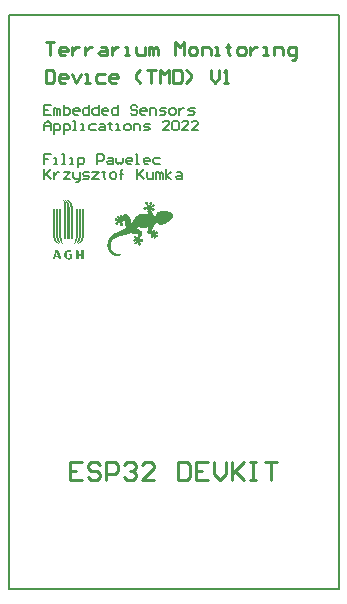
<source format=gto>
G04*
G04 #@! TF.GenerationSoftware,Altium Limited,Altium Designer,21.5.1 (32)*
G04*
G04 Layer_Color=65535*
%FSLAX25Y25*%
%MOIN*%
G70*
G04*
G04 #@! TF.SameCoordinates,B44AFF20-6257-4841-829A-698601589143*
G04*
G04*
G04 #@! TF.FilePolarity,Positive*
G04*
G01*
G75*
%ADD10C,0.00500*%
%ADD11C,0.00600*%
%ADD12C,0.01000*%
G36*
X57958Y132930D02*
X58015D01*
Y132902D01*
X58099D01*
Y132874D01*
X58155D01*
Y132846D01*
X58211D01*
Y132818D01*
X58240D01*
Y132790D01*
X58268D01*
Y132762D01*
X58296D01*
Y132733D01*
X58324D01*
Y132705D01*
X58352D01*
Y132649D01*
X58380D01*
Y132593D01*
X58408D01*
Y132537D01*
X58436D01*
Y132424D01*
X58465D01*
Y132087D01*
X58493D01*
Y132002D01*
X58521D01*
Y131946D01*
X58549D01*
Y131918D01*
X58577D01*
Y131890D01*
X58746D01*
Y131918D01*
X58802D01*
Y131946D01*
X58830D01*
Y132002D01*
X58858D01*
Y132115D01*
X58886D01*
Y132227D01*
X58858D01*
Y132312D01*
X58830D01*
Y132452D01*
X58858D01*
Y132537D01*
X58886D01*
Y132593D01*
X58915D01*
Y132649D01*
X58943D01*
Y132677D01*
X58971D01*
Y132733D01*
X58999D01*
Y132762D01*
X59027D01*
Y132790D01*
X59055D01*
Y132818D01*
X59111D01*
Y132846D01*
X59196D01*
Y132874D01*
X59449D01*
Y132846D01*
X59533D01*
Y132818D01*
X59561D01*
Y132790D01*
X59589D01*
Y132762D01*
X59618D01*
Y132733D01*
X59646D01*
Y132705D01*
X59674D01*
Y132649D01*
X59702D01*
Y132565D01*
X59730D01*
Y132508D01*
X59758D01*
Y132452D01*
X59730D01*
Y132283D01*
X59702D01*
Y132199D01*
X59674D01*
Y132143D01*
X59646D01*
Y132115D01*
X59618D01*
Y132087D01*
X59589D01*
Y132059D01*
X59561D01*
Y132030D01*
X59533D01*
Y132002D01*
X59505D01*
Y131974D01*
X59449D01*
Y131946D01*
X59393D01*
Y131890D01*
X59364D01*
Y131834D01*
X59336D01*
Y131721D01*
X59393D01*
Y131693D01*
X59449D01*
Y131721D01*
X59505D01*
Y131749D01*
X59533D01*
Y131805D01*
X59561D01*
Y131890D01*
X59589D01*
Y131918D01*
X59618D01*
Y131974D01*
X59646D01*
Y132002D01*
X59674D01*
Y132030D01*
X59730D01*
Y132059D01*
X59786D01*
Y132087D01*
X59842D01*
Y132115D01*
X59899D01*
Y132143D01*
X59955D01*
Y132171D01*
X60236D01*
Y132143D01*
X60293D01*
Y132115D01*
X60321D01*
Y132087D01*
X60377D01*
Y132059D01*
X60405D01*
Y132030D01*
X60433D01*
Y131974D01*
X60461D01*
Y131946D01*
X60489D01*
Y131862D01*
X60517D01*
Y131637D01*
X60489D01*
Y131580D01*
X60461D01*
Y131524D01*
X60433D01*
Y131468D01*
X60405D01*
Y131440D01*
X60377D01*
Y131412D01*
X60321D01*
Y131384D01*
X60293D01*
Y131356D01*
X60264D01*
Y131327D01*
X60236D01*
Y131299D01*
X60180D01*
Y131271D01*
X60152D01*
Y131243D01*
X60067D01*
Y131215D01*
X59814D01*
Y131187D01*
X59618D01*
Y131159D01*
X59589D01*
Y131131D01*
X59618D01*
Y131018D01*
X59646D01*
Y130905D01*
X59674D01*
Y130877D01*
X59758D01*
Y130849D01*
X59899D01*
Y130877D01*
X60208D01*
Y130849D01*
X60264D01*
Y130821D01*
X60321D01*
Y130793D01*
X60349D01*
Y130765D01*
X60377D01*
Y130737D01*
X60405D01*
Y130709D01*
X60433D01*
Y130681D01*
X60461D01*
Y130652D01*
X60489D01*
Y130596D01*
X60517D01*
Y130540D01*
X60546D01*
Y130287D01*
X60517D01*
Y130231D01*
X60489D01*
Y130174D01*
X60461D01*
Y130146D01*
X60433D01*
Y130118D01*
X60405D01*
Y130090D01*
X60349D01*
Y130062D01*
X60321D01*
Y130034D01*
X60264D01*
Y130006D01*
X59899D01*
Y130034D01*
X59842D01*
Y130062D01*
X59814D01*
Y130090D01*
X59758D01*
Y130118D01*
X59730D01*
Y130146D01*
X59702D01*
Y130174D01*
X59674D01*
Y130202D01*
X59646D01*
Y130231D01*
X59618D01*
Y130259D01*
X59589D01*
Y130287D01*
X59533D01*
Y130315D01*
X59477D01*
Y130259D01*
X59449D01*
Y129949D01*
X59477D01*
Y129865D01*
X59505D01*
Y129809D01*
X59533D01*
Y129753D01*
X59561D01*
Y129696D01*
X59589D01*
Y129640D01*
X59618D01*
Y129612D01*
X59646D01*
Y129584D01*
X59674D01*
Y129528D01*
X59702D01*
Y129499D01*
X59730D01*
Y129443D01*
X59758D01*
Y129415D01*
X59786D01*
Y129359D01*
X59814D01*
Y129303D01*
X59842D01*
Y129274D01*
X59871D01*
Y129218D01*
X59899D01*
Y129162D01*
X59927D01*
Y129134D01*
X59955D01*
Y129078D01*
X59983D01*
Y129021D01*
X60011D01*
Y128993D01*
X60039D01*
Y128937D01*
X60067D01*
Y128881D01*
X60096D01*
Y128824D01*
X60124D01*
Y128768D01*
X60152D01*
Y128740D01*
X60180D01*
Y128712D01*
X60208D01*
Y128656D01*
X60236D01*
Y128628D01*
X60264D01*
Y128571D01*
X60293D01*
Y128515D01*
X60321D01*
Y128487D01*
X60349D01*
Y128459D01*
X60377D01*
Y128431D01*
X60405D01*
Y128403D01*
X60433D01*
Y128375D01*
X60489D01*
Y128347D01*
X60517D01*
Y128318D01*
X60574D01*
Y128290D01*
X60714D01*
Y128318D01*
X60770D01*
Y128347D01*
X60799D01*
Y128375D01*
X60827D01*
Y128403D01*
X60855D01*
Y128431D01*
X60883D01*
Y128459D01*
X60911D01*
Y128487D01*
X60939D01*
Y128515D01*
X60967D01*
Y128571D01*
X60996D01*
Y128656D01*
X61024D01*
Y128712D01*
X61052D01*
Y128768D01*
X61080D01*
Y128824D01*
X61108D01*
Y128909D01*
X61136D01*
Y129021D01*
X61164D01*
Y129106D01*
X61192D01*
Y129134D01*
X61221D01*
Y129190D01*
X61249D01*
Y129218D01*
X61277D01*
Y129246D01*
X61305D01*
Y129274D01*
X61333D01*
Y129303D01*
X61361D01*
Y129331D01*
X61389D01*
Y129359D01*
X61417D01*
Y129387D01*
X61445D01*
Y129415D01*
X61474D01*
Y129443D01*
X61502D01*
Y129471D01*
X61558D01*
Y129499D01*
X61614D01*
Y129528D01*
X61642D01*
Y129556D01*
X61699D01*
Y129584D01*
X61755D01*
Y129612D01*
X61811D01*
Y129640D01*
X61867D01*
Y129668D01*
X61923D01*
Y129696D01*
X62008D01*
Y129724D01*
X62120D01*
Y129753D01*
X62205D01*
Y129781D01*
X62289D01*
Y129809D01*
X62374D01*
Y129837D01*
X62458D01*
Y129865D01*
X62570D01*
Y129893D01*
X62767D01*
Y129921D01*
X63133D01*
Y129949D01*
X63808D01*
Y129921D01*
X63976D01*
Y129893D01*
X64398D01*
Y129865D01*
X64595D01*
Y129837D01*
X64736D01*
Y129809D01*
X64876D01*
Y129781D01*
X64989D01*
Y129753D01*
X65073D01*
Y129724D01*
X65158D01*
Y129696D01*
X65242D01*
Y129668D01*
X65326D01*
Y129640D01*
X65411D01*
Y129612D01*
X65467D01*
Y129584D01*
X65523D01*
Y129556D01*
X65607D01*
Y129528D01*
X65664D01*
Y129499D01*
X65720D01*
Y129471D01*
X65776D01*
Y129443D01*
X65860D01*
Y129415D01*
X65945D01*
Y129387D01*
X66001D01*
Y129359D01*
X66029D01*
Y129331D01*
X66085D01*
Y129303D01*
X66114D01*
Y129274D01*
X66170D01*
Y129246D01*
X66198D01*
Y129218D01*
X66254D01*
Y129190D01*
X66311D01*
Y129162D01*
X66367D01*
Y129134D01*
X66395D01*
Y129106D01*
X66451D01*
Y129078D01*
X66479D01*
Y129021D01*
X66507D01*
Y128993D01*
X66535D01*
Y128937D01*
X66563D01*
Y128881D01*
X66592D01*
Y128824D01*
X66620D01*
Y128768D01*
X66648D01*
Y128712D01*
X66676D01*
Y128571D01*
X66704D01*
Y128037D01*
X66676D01*
Y127953D01*
X66648D01*
Y127896D01*
X66620D01*
Y127840D01*
X66592D01*
Y127784D01*
X66563D01*
Y127728D01*
X66535D01*
Y127672D01*
X66507D01*
Y127643D01*
X66479D01*
Y127587D01*
X66451D01*
Y127559D01*
X66423D01*
Y127531D01*
X66395D01*
Y127475D01*
X66367D01*
Y127447D01*
X66339D01*
Y127418D01*
X66311D01*
Y127390D01*
X66282D01*
Y127362D01*
X66254D01*
Y127306D01*
X66226D01*
Y127278D01*
X66198D01*
Y127250D01*
X66170D01*
Y127222D01*
X66142D01*
Y127193D01*
X66114D01*
Y127165D01*
X66085D01*
Y127137D01*
X66057D01*
Y127109D01*
X66029D01*
Y127081D01*
X66001D01*
Y127053D01*
X65973D01*
Y127025D01*
X65945D01*
Y126997D01*
X65889D01*
Y126969D01*
X65860D01*
Y126940D01*
X65832D01*
Y126912D01*
X65804D01*
Y126884D01*
X65776D01*
Y126856D01*
X65748D01*
Y126828D01*
X65720D01*
Y126800D01*
X65692D01*
Y126772D01*
X65664D01*
Y126743D01*
X65636D01*
Y126715D01*
X65579D01*
Y126687D01*
X65551D01*
Y126659D01*
X65523D01*
Y126631D01*
X65495D01*
Y126603D01*
X65439D01*
Y126575D01*
X65411D01*
Y126547D01*
X65382D01*
Y126519D01*
X65326D01*
Y126490D01*
X65298D01*
Y126462D01*
X65270D01*
Y126434D01*
X65214D01*
Y126406D01*
X65186D01*
Y126378D01*
X65158D01*
Y126350D01*
X65101D01*
Y126322D01*
X65073D01*
Y126294D01*
X65045D01*
Y126266D01*
X64989D01*
Y126237D01*
X64961D01*
Y126209D01*
X64933D01*
Y126181D01*
X64876D01*
Y126153D01*
X64848D01*
Y126125D01*
X64792D01*
Y126097D01*
X64764D01*
Y126069D01*
X64736D01*
Y126040D01*
X64679D01*
Y126012D01*
X64623D01*
Y125984D01*
X64595D01*
Y125956D01*
X64539D01*
Y125928D01*
X64483D01*
Y125900D01*
X64426D01*
Y125872D01*
X64370D01*
Y125844D01*
X64314D01*
Y125815D01*
X64258D01*
Y125787D01*
X64230D01*
Y125759D01*
X64173D01*
Y125731D01*
X64117D01*
Y125703D01*
X64061D01*
Y125675D01*
X64004D01*
Y125647D01*
X63948D01*
Y125619D01*
X63864D01*
Y125591D01*
X63779D01*
Y125562D01*
X63723D01*
Y125534D01*
X63639D01*
Y125506D01*
X63583D01*
Y125478D01*
X63526D01*
Y125450D01*
X63442D01*
Y125422D01*
X63358D01*
Y125394D01*
X63273D01*
Y125366D01*
X63105D01*
Y125338D01*
X62880D01*
Y125309D01*
X62683D01*
Y125281D01*
X62598D01*
Y125309D01*
X62514D01*
Y125338D01*
X62233D01*
Y125366D01*
X62177D01*
Y125394D01*
X62120D01*
Y125422D01*
X62036D01*
Y125450D01*
X62008D01*
Y125478D01*
X61952D01*
Y125506D01*
X61923D01*
Y125534D01*
X61867D01*
Y125562D01*
X61839D01*
Y125591D01*
X61811D01*
Y125619D01*
X61783D01*
Y125675D01*
X61755D01*
Y125703D01*
X61727D01*
Y125731D01*
X61699D01*
Y125759D01*
X61670D01*
Y125787D01*
X61642D01*
Y125815D01*
X61614D01*
Y125844D01*
X61586D01*
Y125872D01*
X61558D01*
Y125900D01*
X61530D01*
Y125928D01*
X61502D01*
Y125956D01*
X61474D01*
Y125984D01*
X61417D01*
Y126012D01*
X61277D01*
Y125984D01*
X61221D01*
Y125956D01*
X61192D01*
Y125928D01*
X61164D01*
Y125900D01*
X61136D01*
Y125872D01*
X61108D01*
Y125844D01*
X61080D01*
Y125815D01*
X61052D01*
Y125787D01*
X61024D01*
Y125759D01*
X60996D01*
Y125731D01*
X60967D01*
Y125703D01*
X60939D01*
Y125675D01*
X60911D01*
Y125647D01*
X60883D01*
Y125619D01*
X60855D01*
Y125591D01*
X60827D01*
Y125534D01*
X60799D01*
Y125506D01*
X60770D01*
Y125478D01*
X60742D01*
Y125450D01*
X60714D01*
Y125422D01*
X60686D01*
Y125394D01*
X60658D01*
Y125366D01*
X60630D01*
Y125309D01*
X60602D01*
Y125281D01*
X60574D01*
Y125253D01*
X60546D01*
Y125225D01*
X60517D01*
Y125169D01*
X60489D01*
Y125141D01*
X60461D01*
Y125112D01*
X60433D01*
Y125084D01*
X60405D01*
Y125028D01*
X60377D01*
Y125000D01*
X60349D01*
Y124944D01*
X60321D01*
Y124916D01*
X60293D01*
Y124859D01*
X60264D01*
Y124831D01*
X60236D01*
Y124775D01*
X60208D01*
Y124747D01*
X60180D01*
Y124691D01*
X60152D01*
Y124634D01*
X60124D01*
Y124578D01*
X60096D01*
Y124494D01*
X60067D01*
Y124409D01*
X60039D01*
Y124325D01*
X60011D01*
Y124269D01*
X59983D01*
Y124213D01*
X59955D01*
Y124185D01*
X59927D01*
Y124100D01*
X59899D01*
Y124044D01*
X59871D01*
Y123960D01*
X59842D01*
Y123903D01*
X59814D01*
Y123847D01*
X59786D01*
Y123791D01*
X59758D01*
Y123734D01*
X59730D01*
Y123678D01*
X59702D01*
Y123622D01*
X59674D01*
Y123538D01*
X59646D01*
Y123481D01*
X59618D01*
Y123369D01*
X59589D01*
Y123144D01*
X59618D01*
Y123088D01*
X59646D01*
Y123031D01*
X59674D01*
Y123003D01*
X59702D01*
Y122975D01*
X59730D01*
Y122947D01*
X59758D01*
Y122919D01*
X59814D01*
Y122891D01*
X59842D01*
Y122919D01*
X59871D01*
Y123003D01*
X59842D01*
Y123088D01*
X59814D01*
Y123285D01*
X59842D01*
Y123481D01*
X59871D01*
Y123510D01*
X59899D01*
Y123566D01*
X59927D01*
Y123594D01*
X59955D01*
Y123622D01*
X59983D01*
Y123650D01*
X60039D01*
Y123678D01*
X60096D01*
Y123706D01*
X60180D01*
Y123734D01*
X60461D01*
Y123706D01*
X60517D01*
Y123678D01*
X60546D01*
Y123650D01*
X60574D01*
Y123622D01*
X60602D01*
Y123566D01*
X60630D01*
Y123453D01*
X60658D01*
Y123313D01*
X60630D01*
Y123144D01*
X60602D01*
Y123060D01*
X60574D01*
Y122947D01*
X60546D01*
Y122835D01*
X60574D01*
Y122807D01*
X60602D01*
Y122778D01*
X60658D01*
Y122750D01*
X60827D01*
Y122778D01*
X60855D01*
Y122835D01*
X60883D01*
Y122891D01*
X60911D01*
Y122947D01*
X60939D01*
Y123003D01*
X60967D01*
Y123031D01*
X60996D01*
Y123060D01*
X61052D01*
Y123088D01*
X61108D01*
Y123116D01*
X61474D01*
Y123088D01*
X61530D01*
Y123060D01*
X61558D01*
Y123031D01*
X61614D01*
Y123003D01*
X61642D01*
Y122947D01*
X61670D01*
Y122919D01*
X61699D01*
Y122891D01*
X61727D01*
Y122835D01*
X61755D01*
Y122582D01*
X61727D01*
Y122525D01*
X61699D01*
Y122497D01*
X61670D01*
Y122441D01*
X61642D01*
Y122413D01*
X61614D01*
Y122385D01*
X61586D01*
Y122357D01*
X61530D01*
Y122328D01*
X61502D01*
Y122300D01*
X61445D01*
Y122272D01*
X61361D01*
Y122244D01*
X61080D01*
Y122216D01*
X61052D01*
Y122160D01*
X61024D01*
Y122075D01*
X60996D01*
Y121991D01*
X61024D01*
Y121963D01*
X61417D01*
Y121935D01*
X61474D01*
Y121907D01*
X61502D01*
Y121850D01*
X61530D01*
Y121738D01*
X61558D01*
Y121653D01*
X61586D01*
Y121457D01*
X61558D01*
Y121400D01*
X61530D01*
Y121344D01*
X61502D01*
Y121316D01*
X61474D01*
Y121260D01*
X61445D01*
Y121232D01*
X61389D01*
Y121204D01*
X61080D01*
Y121232D01*
X60996D01*
Y121035D01*
X60967D01*
Y120950D01*
X60939D01*
Y120894D01*
X60911D01*
Y120838D01*
X60883D01*
Y120810D01*
X60827D01*
Y120782D01*
X60770D01*
Y120754D01*
X60489D01*
Y120782D01*
X60433D01*
Y120810D01*
X60377D01*
Y120838D01*
X60349D01*
Y120866D01*
X60321D01*
Y120922D01*
X60293D01*
Y120979D01*
X60264D01*
Y121035D01*
X60236D01*
Y121204D01*
X60208D01*
Y121316D01*
X60124D01*
Y121344D01*
X60096D01*
Y121372D01*
X60067D01*
Y121400D01*
X60039D01*
Y121372D01*
X60011D01*
Y121316D01*
X60039D01*
Y121091D01*
X60011D01*
Y121007D01*
X59983D01*
Y120979D01*
X59955D01*
Y120950D01*
X59927D01*
Y120894D01*
X59899D01*
Y120866D01*
X59842D01*
Y120838D01*
X59786D01*
Y120810D01*
X59449D01*
Y120838D01*
X59393D01*
Y120866D01*
X59364D01*
Y120894D01*
X59336D01*
Y120922D01*
X59308D01*
Y120979D01*
X59280D01*
Y121316D01*
X59308D01*
Y121372D01*
X59336D01*
Y121429D01*
X59364D01*
Y121485D01*
X59393D01*
Y121513D01*
X59421D01*
Y121541D01*
X59449D01*
Y121569D01*
X59477D01*
Y121597D01*
X59505D01*
Y121625D01*
X59533D01*
Y121653D01*
X59561D01*
Y121682D01*
X59533D01*
Y121710D01*
X59505D01*
Y121738D01*
X59477D01*
Y121766D01*
X59449D01*
Y121822D01*
X59421D01*
Y121907D01*
X59393D01*
Y122019D01*
X59336D01*
Y122047D01*
X59280D01*
Y122075D01*
X59224D01*
Y122104D01*
X59168D01*
Y122132D01*
X59111D01*
Y122160D01*
X59027D01*
Y122188D01*
X58971D01*
Y122216D01*
X58886D01*
Y122244D01*
X58802D01*
Y122272D01*
X58746D01*
Y122300D01*
X58661D01*
Y122328D01*
X58605D01*
Y122357D01*
X58549D01*
Y122385D01*
X58521D01*
Y122413D01*
X58465D01*
Y122441D01*
X58408D01*
Y122469D01*
X58352D01*
Y122497D01*
X58296D01*
Y122525D01*
X58268D01*
Y122553D01*
X58240D01*
Y122582D01*
X58211D01*
Y122610D01*
X58183D01*
Y122666D01*
X58155D01*
Y122722D01*
X58127D01*
Y122750D01*
X58099D01*
Y122807D01*
X58071D01*
Y122891D01*
X58099D01*
Y123003D01*
X58127D01*
Y123088D01*
X58155D01*
Y123172D01*
X58183D01*
Y123257D01*
X58211D01*
Y123313D01*
X58240D01*
Y123425D01*
X58268D01*
Y123510D01*
X58296D01*
Y123594D01*
X58324D01*
Y123678D01*
X58352D01*
Y123791D01*
X58380D01*
Y123960D01*
X58408D01*
Y124100D01*
X58436D01*
Y124269D01*
X58465D01*
Y124438D01*
X58493D01*
Y124606D01*
X58521D01*
Y124691D01*
X58493D01*
Y124663D01*
X58436D01*
Y124634D01*
X58380D01*
Y124606D01*
X58324D01*
Y124578D01*
X58296D01*
Y124550D01*
X58268D01*
Y124522D01*
X58211D01*
Y124494D01*
X58183D01*
Y124466D01*
X58155D01*
Y124438D01*
X58127D01*
Y124409D01*
X58099D01*
Y124381D01*
X58043D01*
Y124353D01*
X57958D01*
Y124325D01*
X57902D01*
Y124297D01*
X57846D01*
Y124269D01*
X57762D01*
Y124241D01*
X57705D01*
Y124213D01*
X57593D01*
Y124185D01*
X57452D01*
Y124156D01*
X56805D01*
Y124185D01*
X56665D01*
Y124213D01*
X56552D01*
Y124241D01*
X56412D01*
Y124269D01*
X56243D01*
Y124297D01*
X56159D01*
Y124325D01*
X56102D01*
Y124353D01*
X56018D01*
Y124381D01*
X55905D01*
Y124409D01*
X55737D01*
Y124438D01*
X55568D01*
Y124466D01*
X55484D01*
Y124494D01*
X55287D01*
Y124466D01*
X55203D01*
Y124438D01*
X55118D01*
Y124409D01*
X55062D01*
Y124381D01*
X55006D01*
Y124353D01*
X54949D01*
Y124325D01*
X54921D01*
Y124297D01*
X54893D01*
Y124269D01*
X54865D01*
Y124241D01*
X54837D01*
Y124185D01*
X54809D01*
Y124156D01*
X54781D01*
Y124128D01*
X54752D01*
Y124072D01*
X54724D01*
Y123988D01*
X54696D01*
Y123960D01*
X54724D01*
Y123931D01*
X54837D01*
Y123903D01*
X54949D01*
Y123875D01*
X55006D01*
Y123847D01*
X55062D01*
Y123819D01*
X55090D01*
Y123791D01*
X55146D01*
Y123763D01*
X55203D01*
Y123734D01*
X55259D01*
Y123706D01*
X55315D01*
Y123678D01*
X55371D01*
Y123650D01*
X55427D01*
Y123622D01*
X55484D01*
Y123594D01*
X55540D01*
Y123566D01*
X55596D01*
Y123538D01*
X55652D01*
Y123510D01*
X55709D01*
Y123481D01*
X55765D01*
Y123453D01*
X55821D01*
Y123425D01*
X55849D01*
Y123397D01*
X55905D01*
Y123369D01*
X55934D01*
Y123341D01*
X55962D01*
Y123313D01*
X55990D01*
Y123285D01*
X56046D01*
Y123257D01*
X56074D01*
Y123228D01*
X56102D01*
Y123200D01*
X56130D01*
Y123172D01*
X56159D01*
Y123144D01*
X56187D01*
Y123116D01*
X56215D01*
Y123088D01*
X56243D01*
Y123060D01*
X56271D01*
Y123031D01*
X56299D01*
Y123003D01*
X56327D01*
Y122975D01*
X56355D01*
Y122919D01*
X56384D01*
Y122863D01*
X56412D01*
Y122750D01*
X56440D01*
Y122638D01*
X56468D01*
Y122188D01*
X56440D01*
Y122132D01*
X56412D01*
Y122075D01*
X56384D01*
Y122019D01*
X56355D01*
Y121991D01*
X56327D01*
Y121935D01*
X56299D01*
Y121879D01*
X56271D01*
Y121822D01*
X56243D01*
Y121766D01*
X56215D01*
Y121738D01*
X56187D01*
Y121682D01*
X56159D01*
Y121653D01*
X56130D01*
Y121625D01*
X56102D01*
Y121569D01*
X56074D01*
Y121541D01*
X56046D01*
Y121513D01*
X56018D01*
Y121457D01*
X55990D01*
Y121429D01*
X55962D01*
Y121400D01*
X55934D01*
Y121344D01*
X55905D01*
Y121288D01*
X55877D01*
Y121260D01*
X55849D01*
Y121204D01*
X55821D01*
Y121176D01*
X55793D01*
Y121119D01*
X55765D01*
Y121063D01*
X55737D01*
Y120894D01*
X55765D01*
Y120838D01*
X55793D01*
Y120782D01*
X55821D01*
Y120726D01*
X55849D01*
Y120669D01*
X55877D01*
Y120585D01*
X55905D01*
Y120501D01*
X55934D01*
Y120473D01*
X55990D01*
Y120501D01*
X56046D01*
Y120529D01*
X56102D01*
Y120557D01*
X56159D01*
Y120585D01*
X56440D01*
Y120557D01*
X56524D01*
Y120529D01*
X56580D01*
Y120501D01*
X56637D01*
Y120473D01*
X56665D01*
Y120444D01*
X56693D01*
Y120416D01*
X56721D01*
Y120388D01*
X56749D01*
Y120360D01*
X56777D01*
Y120276D01*
X56805D01*
Y119910D01*
X56777D01*
Y119854D01*
X56749D01*
Y119798D01*
X56721D01*
Y119769D01*
X56693D01*
Y119741D01*
X56665D01*
Y119713D01*
X56608D01*
Y119685D01*
X56552D01*
Y119657D01*
X56159D01*
Y119685D01*
X56046D01*
Y119713D01*
X55934D01*
Y119741D01*
X55821D01*
Y119769D01*
X55737D01*
Y119713D01*
X55709D01*
Y119685D01*
X55681D01*
Y119657D01*
X55652D01*
Y119629D01*
X55624D01*
Y119601D01*
X55596D01*
Y119432D01*
X55624D01*
Y119404D01*
X55652D01*
Y119376D01*
X55681D01*
Y119348D01*
X55709D01*
Y119319D01*
X55737D01*
Y119291D01*
X55765D01*
Y119263D01*
X55793D01*
Y119235D01*
X55821D01*
Y119179D01*
X55849D01*
Y119151D01*
X55877D01*
Y119095D01*
X55905D01*
Y119010D01*
X55934D01*
Y118898D01*
X55905D01*
Y118785D01*
X55877D01*
Y118729D01*
X55849D01*
Y118673D01*
X55821D01*
Y118616D01*
X55793D01*
Y118588D01*
X55765D01*
Y118560D01*
X55737D01*
Y118532D01*
X55709D01*
Y118504D01*
X55652D01*
Y118476D01*
X55596D01*
Y118448D01*
X55540D01*
Y118420D01*
X55343D01*
Y118448D01*
X55203D01*
Y118476D01*
X55174D01*
Y118504D01*
X55146D01*
Y118532D01*
X55118D01*
Y118560D01*
X55090D01*
Y118588D01*
X55062D01*
Y118645D01*
X55034D01*
Y118701D01*
X55006D01*
Y118757D01*
X54978D01*
Y118898D01*
X54949D01*
Y119151D01*
X54921D01*
Y119235D01*
X54949D01*
Y119376D01*
X54865D01*
Y119404D01*
X54752D01*
Y119291D01*
X54724D01*
Y119207D01*
X54696D01*
Y119123D01*
X54668D01*
Y119066D01*
X54640D01*
Y119038D01*
X54612D01*
Y119010D01*
X54584D01*
Y118982D01*
X54556D01*
Y118954D01*
X54528D01*
Y118926D01*
X54499D01*
Y118898D01*
X54471D01*
Y118869D01*
X54415D01*
Y118841D01*
X54387D01*
Y118813D01*
X54331D01*
Y118785D01*
X54049D01*
Y118813D01*
X53993D01*
Y118841D01*
X53965D01*
Y118869D01*
X53937D01*
Y118898D01*
X53909D01*
Y118926D01*
X53881D01*
Y118954D01*
X53853D01*
Y119010D01*
X53825D01*
Y119038D01*
X53796D01*
Y119179D01*
X53768D01*
Y119291D01*
X53796D01*
Y119376D01*
X53825D01*
Y119404D01*
X53853D01*
Y119460D01*
X53881D01*
Y119488D01*
X53909D01*
Y119516D01*
X53937D01*
Y119544D01*
X53965D01*
Y119573D01*
X54021D01*
Y119601D01*
X54049D01*
Y119629D01*
X54078D01*
Y119657D01*
X54134D01*
Y119685D01*
X54190D01*
Y119713D01*
X54246D01*
Y119741D01*
X54303D01*
Y119769D01*
X54359D01*
Y119798D01*
X54387D01*
Y119882D01*
X54359D01*
Y119910D01*
X54303D01*
Y119882D01*
X54246D01*
Y119854D01*
X54190D01*
Y119826D01*
X54162D01*
Y119798D01*
X54134D01*
Y119769D01*
X54078D01*
Y119741D01*
X54049D01*
Y119713D01*
X53993D01*
Y119685D01*
X53937D01*
Y119657D01*
X53712D01*
Y119685D01*
X53656D01*
Y119713D01*
X53571D01*
Y119741D01*
X53543D01*
Y119769D01*
X53487D01*
Y119826D01*
X53459D01*
Y119882D01*
X53431D01*
Y119966D01*
X53403D01*
Y120247D01*
X53431D01*
Y120304D01*
X53459D01*
Y120332D01*
X53487D01*
Y120360D01*
X53515D01*
Y120388D01*
X53543D01*
Y120416D01*
X53628D01*
Y120444D01*
X53712D01*
Y120473D01*
X54274D01*
Y120501D01*
X54303D01*
Y120557D01*
X54331D01*
Y120641D01*
X54303D01*
Y120697D01*
X54246D01*
Y120726D01*
X54190D01*
Y120754D01*
X53965D01*
Y120782D01*
X53881D01*
Y120810D01*
X53853D01*
Y120838D01*
X53825D01*
Y120866D01*
X53796D01*
Y120894D01*
X53768D01*
Y120922D01*
X53740D01*
Y120979D01*
X53712D01*
Y121063D01*
X53684D01*
Y121288D01*
X53712D01*
Y121372D01*
X53740D01*
Y121429D01*
X53768D01*
Y121457D01*
X53796D01*
Y121485D01*
X53825D01*
Y121513D01*
X53853D01*
Y121541D01*
X53909D01*
Y121569D01*
X54246D01*
Y121541D01*
X54303D01*
Y121513D01*
X54359D01*
Y121485D01*
X54387D01*
Y121457D01*
X54415D01*
Y121429D01*
X54443D01*
Y121400D01*
X54471D01*
Y121372D01*
X54499D01*
Y121316D01*
X54528D01*
Y121288D01*
X54556D01*
Y121232D01*
X54584D01*
Y121176D01*
X54612D01*
Y121147D01*
X54640D01*
Y121119D01*
X54668D01*
Y121091D01*
X54752D01*
Y121147D01*
X54781D01*
Y121260D01*
X54809D01*
Y121316D01*
X54837D01*
Y121429D01*
X54865D01*
Y121513D01*
X54893D01*
Y121625D01*
X54921D01*
Y121963D01*
X54893D01*
Y122019D01*
X54865D01*
Y122075D01*
X54837D01*
Y122104D01*
X54781D01*
Y122132D01*
X54021D01*
Y122160D01*
X53825D01*
Y122188D01*
X53712D01*
Y122216D01*
X53628D01*
Y122244D01*
X53543D01*
Y122272D01*
X53459D01*
Y122300D01*
X53375D01*
Y122328D01*
X53290D01*
Y122357D01*
X53234D01*
Y122385D01*
X53150D01*
Y122413D01*
X53093D01*
Y122441D01*
X53037D01*
Y122469D01*
X52981D01*
Y122497D01*
X52925D01*
Y122525D01*
X52868D01*
Y122553D01*
X52812D01*
Y122582D01*
X52784D01*
Y122610D01*
X52728D01*
Y122638D01*
X52643D01*
Y122610D01*
X52587D01*
Y122582D01*
X52503D01*
Y122553D01*
X52447D01*
Y122525D01*
X52390D01*
Y122497D01*
X52306D01*
Y122469D01*
X52222D01*
Y122441D01*
X52165D01*
Y122413D01*
X52081D01*
Y122385D01*
X52025D01*
Y122357D01*
X51940D01*
Y122328D01*
X51856D01*
Y122300D01*
X51772D01*
Y122272D01*
X51687D01*
Y122244D01*
X51631D01*
Y122216D01*
X51547D01*
Y122188D01*
X51462D01*
Y122160D01*
X51378D01*
Y122132D01*
X51294D01*
Y122104D01*
X51209D01*
Y122075D01*
X51125D01*
Y122047D01*
X51012D01*
Y122019D01*
X50928D01*
Y121991D01*
X50815D01*
Y121963D01*
X50731D01*
Y121935D01*
X50619D01*
Y121907D01*
X50534D01*
Y121879D01*
X50422D01*
Y121850D01*
X50309D01*
Y121822D01*
X50197D01*
Y121794D01*
X50084D01*
Y121766D01*
X49972D01*
Y121738D01*
X49859D01*
Y121710D01*
X49719D01*
Y121682D01*
X49634D01*
Y121653D01*
X49550D01*
Y121625D01*
X49438D01*
Y121597D01*
X49297D01*
Y121569D01*
X49213D01*
Y121541D01*
X49128D01*
Y121513D01*
X49044D01*
Y121485D01*
X48931D01*
Y121457D01*
X48875D01*
Y121429D01*
X48791D01*
Y121400D01*
X48735D01*
Y121372D01*
X48650D01*
Y121344D01*
X48538D01*
Y121316D01*
X48453D01*
Y121288D01*
X48369D01*
Y121260D01*
X48285D01*
Y121232D01*
X48228D01*
Y121204D01*
X48144D01*
Y121176D01*
X48060D01*
Y121147D01*
X48003D01*
Y121119D01*
X47947D01*
Y121091D01*
X47891D01*
Y121063D01*
X47835D01*
Y121035D01*
X47778D01*
Y121007D01*
X47722D01*
Y120979D01*
X47666D01*
Y120950D01*
X47610D01*
Y120922D01*
X47525D01*
Y120894D01*
X47469D01*
Y120866D01*
X47413D01*
Y120838D01*
X47357D01*
Y120810D01*
X47328D01*
Y120782D01*
X47272D01*
Y120754D01*
X47244D01*
Y120726D01*
X47188D01*
Y120697D01*
X47160D01*
Y120669D01*
X47104D01*
Y120641D01*
X47075D01*
Y120613D01*
X47019D01*
Y120585D01*
X46991D01*
Y120557D01*
X46935D01*
Y120529D01*
X46907D01*
Y120501D01*
X46850D01*
Y120473D01*
X46822D01*
Y120444D01*
X46794D01*
Y120416D01*
X46738D01*
Y120388D01*
X46710D01*
Y120360D01*
X46682D01*
Y120332D01*
X46654D01*
Y120304D01*
X46625D01*
Y120276D01*
X46597D01*
Y120247D01*
X46569D01*
Y120219D01*
X46541D01*
Y120191D01*
X46513D01*
Y120163D01*
X46485D01*
Y120107D01*
X46457D01*
Y120079D01*
X46429D01*
Y120051D01*
X46400D01*
Y120022D01*
X46372D01*
Y119966D01*
X46344D01*
Y119938D01*
X46316D01*
Y119882D01*
X46288D01*
Y119826D01*
X46260D01*
Y119769D01*
X46232D01*
Y119741D01*
X46204D01*
Y119685D01*
X46176D01*
Y119629D01*
X46147D01*
Y119601D01*
X46119D01*
Y119544D01*
X46091D01*
Y119488D01*
X46063D01*
Y119432D01*
X46035D01*
Y119348D01*
X46007D01*
Y119235D01*
X45979D01*
Y119123D01*
X45950D01*
Y118926D01*
X45922D01*
Y117913D01*
X45950D01*
Y117773D01*
X45979D01*
Y117632D01*
X46007D01*
Y117520D01*
X46035D01*
Y117379D01*
X46063D01*
Y117267D01*
X46091D01*
Y117210D01*
X46119D01*
Y117126D01*
X46147D01*
Y117070D01*
X46176D01*
Y117014D01*
X46204D01*
Y116957D01*
X46232D01*
Y116901D01*
X46260D01*
Y116845D01*
X46288D01*
Y116788D01*
X46316D01*
Y116732D01*
X46344D01*
Y116676D01*
X46372D01*
Y116620D01*
X46400D01*
Y116592D01*
X46429D01*
Y116564D01*
X46457D01*
Y116535D01*
X46485D01*
Y116507D01*
X46513D01*
Y116479D01*
X46541D01*
Y116423D01*
X46569D01*
Y116395D01*
X46597D01*
Y116367D01*
X46625D01*
Y116339D01*
X46654D01*
Y116311D01*
X46682D01*
Y116282D01*
X46710D01*
Y116254D01*
X46738D01*
Y116226D01*
X46766D01*
Y116198D01*
X46794D01*
Y116170D01*
X46850D01*
Y116142D01*
X46878D01*
Y116114D01*
X46907D01*
Y116086D01*
X46963D01*
Y116057D01*
X46991D01*
Y116029D01*
X47047D01*
Y116001D01*
X47104D01*
Y115973D01*
X47132D01*
Y115945D01*
X47188D01*
Y115917D01*
X47244D01*
Y115889D01*
X47300D01*
Y115860D01*
X47413D01*
Y115832D01*
X47497D01*
Y115804D01*
X47581D01*
Y115776D01*
X47666D01*
Y115748D01*
X47750D01*
Y115720D01*
X47891D01*
Y115692D01*
X48622D01*
Y115720D01*
X48735D01*
Y115748D01*
X48847D01*
Y115776D01*
X48959D01*
Y115748D01*
X49044D01*
Y115720D01*
X49100D01*
Y115692D01*
X49128D01*
Y115664D01*
X49185D01*
Y115607D01*
X49213D01*
Y115579D01*
X49241D01*
Y115523D01*
X49269D01*
Y115298D01*
X49241D01*
Y115242D01*
X49213D01*
Y115186D01*
X49185D01*
Y115157D01*
X49156D01*
Y115129D01*
X49128D01*
Y115101D01*
X49100D01*
Y115073D01*
X49044D01*
Y115045D01*
X48959D01*
Y115017D01*
X48847D01*
Y114989D01*
X48735D01*
Y114961D01*
X48566D01*
Y114933D01*
X48313D01*
Y114904D01*
X47947D01*
Y114933D01*
X47441D01*
Y114961D01*
X47216D01*
Y114989D01*
X47132D01*
Y115017D01*
X47075D01*
Y115045D01*
X46991D01*
Y115073D01*
X46935D01*
Y115101D01*
X46850D01*
Y115129D01*
X46794D01*
Y115157D01*
X46710D01*
Y115186D01*
X46654D01*
Y115214D01*
X46597D01*
Y115242D01*
X46541D01*
Y115270D01*
X46485D01*
Y115298D01*
X46457D01*
Y115326D01*
X46400D01*
Y115354D01*
X46372D01*
Y115383D01*
X46316D01*
Y115411D01*
X46288D01*
Y115439D01*
X46260D01*
Y115467D01*
X46204D01*
Y115495D01*
X46176D01*
Y115523D01*
X46147D01*
Y115551D01*
X46119D01*
Y115579D01*
X46091D01*
Y115607D01*
X46063D01*
Y115636D01*
X46035D01*
Y115664D01*
X46007D01*
Y115692D01*
X45979D01*
Y115748D01*
X45950D01*
Y115776D01*
X45922D01*
Y115804D01*
X45894D01*
Y115832D01*
X45866D01*
Y115860D01*
X45838D01*
Y115889D01*
X45810D01*
Y115917D01*
X45782D01*
Y115945D01*
X45754D01*
Y115973D01*
X45726D01*
Y116001D01*
X45697D01*
Y116029D01*
X45669D01*
Y116086D01*
X45641D01*
Y116114D01*
X45613D01*
Y116142D01*
X45585D01*
Y116170D01*
X45557D01*
Y116226D01*
X45529D01*
Y116254D01*
X45501D01*
Y116282D01*
X45472D01*
Y116339D01*
X45444D01*
Y116367D01*
X45416D01*
Y116423D01*
X45388D01*
Y116451D01*
X45360D01*
Y116507D01*
X45332D01*
Y116564D01*
X45304D01*
Y116592D01*
X45276D01*
Y116648D01*
X45248D01*
Y116704D01*
X45219D01*
Y116760D01*
X45191D01*
Y116817D01*
X45163D01*
Y116873D01*
X45135D01*
Y116957D01*
X45107D01*
Y117014D01*
X45079D01*
Y117070D01*
X45051D01*
Y117154D01*
X45022D01*
Y117238D01*
X44994D01*
Y117323D01*
X44966D01*
Y117435D01*
X44938D01*
Y117520D01*
X44910D01*
Y117632D01*
X44882D01*
Y117773D01*
X44854D01*
Y117970D01*
X44826D01*
Y118223D01*
X44798D01*
Y118841D01*
X44826D01*
Y119066D01*
X44854D01*
Y119263D01*
X44882D01*
Y119376D01*
X44910D01*
Y119488D01*
X44938D01*
Y119601D01*
X44966D01*
Y119685D01*
X44994D01*
Y119798D01*
X45022D01*
Y119854D01*
X45051D01*
Y119938D01*
X45079D01*
Y120022D01*
X45107D01*
Y120079D01*
X45135D01*
Y120135D01*
X45163D01*
Y120219D01*
X45191D01*
Y120276D01*
X45219D01*
Y120332D01*
X45248D01*
Y120388D01*
X45276D01*
Y120444D01*
X45304D01*
Y120501D01*
X45332D01*
Y120557D01*
X45360D01*
Y120585D01*
X45388D01*
Y120641D01*
X45416D01*
Y120697D01*
X45444D01*
Y120726D01*
X45472D01*
Y120782D01*
X45501D01*
Y120838D01*
X45529D01*
Y120866D01*
X45557D01*
Y120922D01*
X45585D01*
Y120950D01*
X45613D01*
Y121007D01*
X45641D01*
Y121035D01*
X45669D01*
Y121063D01*
X45697D01*
Y121119D01*
X45726D01*
Y121147D01*
X45754D01*
Y121176D01*
X45782D01*
Y121232D01*
X45810D01*
Y121260D01*
X45838D01*
Y121288D01*
X45866D01*
Y121316D01*
X45894D01*
Y121344D01*
X45922D01*
Y121400D01*
X45950D01*
Y121429D01*
X45979D01*
Y121457D01*
X46007D01*
Y121485D01*
X46035D01*
Y121513D01*
X46063D01*
Y121541D01*
X46091D01*
Y121569D01*
X46119D01*
Y121597D01*
X46147D01*
Y121625D01*
X46176D01*
Y121653D01*
X46204D01*
Y121682D01*
X46232D01*
Y121710D01*
X46260D01*
Y121738D01*
X46288D01*
Y121766D01*
X46316D01*
Y121794D01*
X46344D01*
Y121822D01*
X46372D01*
Y121850D01*
X46400D01*
Y121879D01*
X46429D01*
Y121907D01*
X46457D01*
Y121935D01*
X46485D01*
Y121963D01*
X46513D01*
Y121991D01*
X46541D01*
Y122019D01*
X46597D01*
Y122047D01*
X46625D01*
Y122075D01*
X46654D01*
Y122104D01*
X46682D01*
Y122132D01*
X46738D01*
Y122160D01*
X46766D01*
Y122188D01*
X46794D01*
Y122216D01*
X46850D01*
Y122244D01*
X46878D01*
Y122272D01*
X46907D01*
Y122300D01*
X46963D01*
Y122328D01*
X46991D01*
Y122357D01*
X47047D01*
Y122385D01*
X47075D01*
Y122413D01*
X47132D01*
Y122441D01*
X47216D01*
Y122469D01*
X47300D01*
Y122497D01*
X47357D01*
Y122525D01*
X47413D01*
Y122553D01*
X47469D01*
Y122582D01*
X47525D01*
Y122610D01*
X47581D01*
Y122638D01*
X47638D01*
Y122666D01*
X47694D01*
Y122694D01*
X47778D01*
Y122722D01*
X47835D01*
Y122750D01*
X47891D01*
Y122778D01*
X47947D01*
Y122807D01*
X48003D01*
Y122835D01*
X48060D01*
Y122863D01*
X48144D01*
Y122891D01*
X48172D01*
Y122919D01*
X48228D01*
Y122947D01*
X48285D01*
Y122975D01*
X48341D01*
Y123003D01*
X48397D01*
Y123031D01*
X48453D01*
Y123060D01*
X48510D01*
Y123088D01*
X48566D01*
Y123116D01*
X48650D01*
Y123144D01*
X48735D01*
Y123172D01*
X48791D01*
Y123200D01*
X48847D01*
Y123228D01*
X48903D01*
Y123257D01*
X48959D01*
Y123285D01*
X49016D01*
Y123313D01*
X49072D01*
Y123341D01*
X49128D01*
Y123369D01*
X49185D01*
Y123397D01*
X49269D01*
Y123425D01*
X49325D01*
Y123453D01*
X49409D01*
Y123481D01*
X49466D01*
Y123510D01*
X49522D01*
Y123538D01*
X49578D01*
Y123566D01*
X49634D01*
Y123594D01*
X49691D01*
Y123622D01*
X49747D01*
Y123650D01*
X49831D01*
Y123678D01*
X49887D01*
Y123706D01*
X49944D01*
Y123734D01*
X50000D01*
Y123763D01*
X50056D01*
Y123791D01*
X50112D01*
Y123819D01*
X50169D01*
Y123847D01*
X50253D01*
Y123875D01*
X50309D01*
Y123903D01*
X50366D01*
Y123931D01*
X50422D01*
Y123960D01*
X50450D01*
Y123988D01*
X50506D01*
Y124016D01*
X50562D01*
Y124044D01*
X50619D01*
Y124072D01*
X50675D01*
Y124100D01*
X50703D01*
Y124128D01*
X50759D01*
Y124156D01*
X50787D01*
Y124185D01*
X50815D01*
Y124213D01*
X50844D01*
Y124241D01*
X50872D01*
Y124269D01*
X50900D01*
Y124297D01*
X50928D01*
Y124325D01*
X50956D01*
Y124353D01*
X50984D01*
Y124381D01*
X51012D01*
Y124466D01*
X50984D01*
Y124550D01*
X50956D01*
Y124606D01*
X50928D01*
Y124691D01*
X50900D01*
Y124775D01*
X50872D01*
Y124888D01*
X50844D01*
Y124972D01*
X50815D01*
Y125084D01*
X50787D01*
Y125169D01*
X50759D01*
Y125253D01*
X50731D01*
Y125338D01*
X50703D01*
Y125394D01*
X50675D01*
Y125506D01*
X50647D01*
Y125619D01*
X50619D01*
Y125731D01*
X50591D01*
Y125872D01*
X50562D01*
Y126069D01*
X50534D01*
Y126350D01*
X50506D01*
Y126547D01*
X50478D01*
Y126631D01*
X50422D01*
Y126603D01*
X50337D01*
Y126575D01*
X50281D01*
Y126547D01*
X50253D01*
Y126519D01*
X50225D01*
Y126490D01*
X50169D01*
Y126462D01*
X50141D01*
Y126434D01*
X50112D01*
Y126406D01*
X50056D01*
Y126378D01*
X50028D01*
Y126350D01*
X49972D01*
Y126322D01*
X49944D01*
Y126294D01*
X49887D01*
Y126266D01*
X49859D01*
Y126237D01*
X49803D01*
Y126209D01*
X49775D01*
Y126181D01*
X49747D01*
Y126153D01*
X49691D01*
Y126097D01*
X49663D01*
Y126040D01*
X49634D01*
Y126012D01*
X49663D01*
Y125956D01*
X49719D01*
Y125928D01*
X49775D01*
Y125900D01*
X49803D01*
Y125872D01*
X49831D01*
Y125844D01*
X49859D01*
Y125815D01*
X49887D01*
Y125787D01*
X49916D01*
Y125759D01*
X49944D01*
Y125703D01*
X49972D01*
Y125619D01*
X50000D01*
Y125506D01*
X50028D01*
Y125309D01*
X50000D01*
Y125225D01*
X49972D01*
Y125169D01*
X49944D01*
Y125141D01*
X49916D01*
Y125112D01*
X49887D01*
Y125056D01*
X49831D01*
Y125028D01*
X49803D01*
Y125000D01*
X49775D01*
Y124972D01*
X49719D01*
Y124944D01*
X49634D01*
Y124916D01*
X49494D01*
Y124888D01*
X49409D01*
Y124916D01*
X49269D01*
Y124944D01*
X49156D01*
Y124972D01*
X49128D01*
Y125000D01*
X49100D01*
Y125028D01*
X49072D01*
Y125056D01*
X49044D01*
Y125084D01*
X49016D01*
Y125141D01*
X48988D01*
Y125197D01*
X48959D01*
Y125281D01*
X48931D01*
Y125844D01*
X48903D01*
Y125928D01*
X48875D01*
Y125984D01*
X48847D01*
Y126012D01*
X48763D01*
Y126040D01*
X48706D01*
Y126012D01*
X48650D01*
Y125984D01*
X48622D01*
Y125928D01*
X48594D01*
Y125900D01*
X48538D01*
Y125872D01*
X48510D01*
Y125844D01*
X48481D01*
Y125815D01*
X48453D01*
Y125759D01*
X48425D01*
Y125675D01*
X48397D01*
Y125591D01*
X48369D01*
Y125534D01*
X48341D01*
Y125506D01*
X48313D01*
Y125478D01*
X48285D01*
Y125450D01*
X48256D01*
Y125422D01*
X48228D01*
Y125394D01*
X48172D01*
Y125366D01*
X48116D01*
Y125338D01*
X48060D01*
Y125309D01*
X47975D01*
Y125281D01*
X47835D01*
Y125309D01*
X47722D01*
Y125338D01*
X47638D01*
Y125366D01*
X47610D01*
Y125394D01*
X47581D01*
Y125422D01*
X47553D01*
Y125450D01*
X47525D01*
Y125478D01*
X47497D01*
Y125534D01*
X47469D01*
Y125591D01*
X47441D01*
Y125703D01*
X47413D01*
Y125872D01*
X47441D01*
Y125984D01*
X47469D01*
Y126040D01*
X47497D01*
Y126069D01*
X47525D01*
Y126125D01*
X47553D01*
Y126153D01*
X47581D01*
Y126181D01*
X47610D01*
Y126209D01*
X47638D01*
Y126237D01*
X47694D01*
Y126266D01*
X47722D01*
Y126294D01*
X47778D01*
Y126322D01*
X47863D01*
Y126350D01*
X48031D01*
Y126378D01*
X48088D01*
Y126406D01*
X48144D01*
Y126434D01*
X48172D01*
Y126462D01*
X48200D01*
Y126743D01*
X48060D01*
Y126715D01*
X47919D01*
Y126687D01*
X47835D01*
Y126659D01*
X47610D01*
Y126687D01*
X47469D01*
Y126715D01*
X47441D01*
Y126743D01*
X47413D01*
Y126772D01*
X47357D01*
Y126800D01*
X47328D01*
Y126828D01*
X47300D01*
Y126856D01*
X47272D01*
Y126912D01*
X47244D01*
Y126969D01*
X47216D01*
Y127250D01*
X47244D01*
Y127334D01*
X47272D01*
Y127362D01*
X47300D01*
Y127390D01*
X47328D01*
Y127418D01*
X47357D01*
Y127447D01*
X47385D01*
Y127475D01*
X47441D01*
Y127503D01*
X47525D01*
Y127531D01*
X47750D01*
Y127503D01*
X47891D01*
Y127475D01*
X47919D01*
Y127447D01*
X47975D01*
Y127418D01*
X48003D01*
Y127390D01*
X48031D01*
Y127334D01*
X48060D01*
Y127306D01*
X48088D01*
Y127278D01*
X48116D01*
Y127250D01*
X48172D01*
Y127222D01*
X48341D01*
Y127250D01*
X48369D01*
Y127278D01*
X48397D01*
Y127306D01*
X48425D01*
Y127390D01*
X48397D01*
Y127418D01*
X48341D01*
Y127447D01*
X48285D01*
Y127475D01*
X48200D01*
Y127503D01*
X48144D01*
Y127531D01*
X48088D01*
Y127559D01*
X48060D01*
Y127587D01*
X48031D01*
Y127615D01*
X48003D01*
Y127672D01*
X47975D01*
Y127728D01*
X47947D01*
Y127840D01*
X47919D01*
Y127953D01*
X47947D01*
Y128065D01*
X47975D01*
Y128121D01*
X48003D01*
Y128178D01*
X48031D01*
Y128206D01*
X48060D01*
Y128234D01*
X48088D01*
Y128262D01*
X48116D01*
Y128290D01*
X48144D01*
Y128318D01*
X48228D01*
Y128347D01*
X48481D01*
Y128318D01*
X48538D01*
Y128290D01*
X48594D01*
Y128262D01*
X48622D01*
Y128234D01*
X48650D01*
Y128206D01*
X48678D01*
Y128178D01*
X48706D01*
Y128150D01*
X48735D01*
Y128093D01*
X48763D01*
Y128065D01*
X48791D01*
Y127981D01*
X48819D01*
Y127896D01*
X48847D01*
Y127784D01*
X48875D01*
Y127672D01*
X48903D01*
Y127643D01*
X48959D01*
Y127615D01*
X48988D01*
Y127643D01*
X49044D01*
Y127756D01*
X49016D01*
Y127812D01*
X48988D01*
Y127868D01*
X48959D01*
Y127925D01*
X48931D01*
Y127981D01*
X48903D01*
Y128037D01*
X48875D01*
Y128431D01*
X48903D01*
Y128487D01*
X48931D01*
Y128543D01*
X48959D01*
Y128571D01*
X48988D01*
Y128600D01*
X49016D01*
Y128628D01*
X49044D01*
Y128656D01*
X49100D01*
Y128684D01*
X49156D01*
Y128712D01*
X49438D01*
Y128684D01*
X49494D01*
Y128656D01*
X49522D01*
Y128628D01*
X49550D01*
Y128600D01*
X49578D01*
Y128571D01*
X49606D01*
Y128543D01*
X49634D01*
Y128487D01*
X49663D01*
Y128403D01*
X49691D01*
Y128093D01*
X49663D01*
Y127981D01*
X49691D01*
Y128009D01*
X49719D01*
Y128065D01*
X49747D01*
Y128093D01*
X49775D01*
Y128150D01*
X49803D01*
Y128178D01*
X49831D01*
Y128234D01*
X49859D01*
Y128290D01*
X49887D01*
Y128318D01*
X49916D01*
Y128347D01*
X49944D01*
Y128403D01*
X49972D01*
Y128431D01*
X50000D01*
Y128459D01*
X50028D01*
Y128515D01*
X50056D01*
Y128543D01*
X50084D01*
Y128571D01*
X50112D01*
Y128600D01*
X50141D01*
Y128628D01*
X50169D01*
Y128684D01*
X50197D01*
Y128712D01*
X50225D01*
Y128768D01*
X50253D01*
Y128796D01*
X50281D01*
Y128853D01*
X50309D01*
Y128881D01*
X50337D01*
Y128909D01*
X50366D01*
Y128937D01*
X50422D01*
Y128965D01*
X50478D01*
Y128993D01*
X50534D01*
Y129021D01*
X50647D01*
Y129050D01*
X50844D01*
Y129021D01*
X50900D01*
Y128993D01*
X50984D01*
Y128965D01*
X51069D01*
Y128937D01*
X51125D01*
Y128909D01*
X51181D01*
Y128881D01*
X51237D01*
Y128853D01*
X51294D01*
Y128824D01*
X51322D01*
Y128796D01*
X51350D01*
Y128768D01*
X51378D01*
Y128740D01*
X51406D01*
Y128712D01*
X51434D01*
Y128684D01*
X51490D01*
Y128656D01*
X51519D01*
Y128628D01*
X51547D01*
Y128600D01*
X51575D01*
Y128571D01*
X51603D01*
Y128543D01*
X51631D01*
Y128515D01*
X51659D01*
Y128487D01*
X51687D01*
Y128459D01*
X51715D01*
Y128431D01*
X51744D01*
Y128403D01*
X51772D01*
Y128375D01*
X51800D01*
Y128318D01*
X51828D01*
Y128290D01*
X51856D01*
Y128262D01*
X51884D01*
Y128206D01*
X51912D01*
Y128178D01*
X51940D01*
Y128121D01*
X51968D01*
Y128093D01*
X51997D01*
Y128037D01*
X52025D01*
Y128009D01*
X52053D01*
Y127981D01*
X52081D01*
Y127925D01*
X52109D01*
Y127896D01*
X52137D01*
Y127840D01*
X52165D01*
Y127812D01*
X52193D01*
Y127756D01*
X52222D01*
Y127700D01*
X52250D01*
Y127643D01*
X52278D01*
Y127587D01*
X52306D01*
Y127531D01*
X52334D01*
Y127475D01*
X52362D01*
Y127418D01*
X52390D01*
Y127334D01*
X52418D01*
Y127278D01*
X52447D01*
Y127222D01*
X52475D01*
Y127165D01*
X52503D01*
Y127109D01*
X52531D01*
Y127025D01*
X52559D01*
Y126969D01*
X52587D01*
Y126856D01*
X52615D01*
Y126687D01*
X52643D01*
Y126603D01*
X52671D01*
Y126519D01*
X52700D01*
Y126406D01*
X52728D01*
Y126294D01*
X52756D01*
Y126153D01*
X52784D01*
Y126040D01*
X52812D01*
Y126012D01*
X52840D01*
Y125984D01*
X52925D01*
Y126012D01*
X52981D01*
Y126040D01*
X53009D01*
Y126069D01*
X53037D01*
Y126097D01*
X53065D01*
Y126125D01*
X53093D01*
Y126181D01*
X53122D01*
Y126209D01*
X53150D01*
Y126237D01*
X53178D01*
Y126294D01*
X53206D01*
Y126322D01*
X53234D01*
Y126378D01*
X53262D01*
Y126406D01*
X53290D01*
Y126462D01*
X53318D01*
Y126490D01*
X53347D01*
Y126547D01*
X53375D01*
Y126603D01*
X53403D01*
Y126659D01*
X53431D01*
Y126687D01*
X53459D01*
Y126715D01*
X53487D01*
Y126772D01*
X53515D01*
Y126800D01*
X53543D01*
Y126856D01*
X53571D01*
Y126884D01*
X53600D01*
Y126940D01*
X53628D01*
Y126997D01*
X53656D01*
Y127025D01*
X53684D01*
Y127081D01*
X53712D01*
Y127109D01*
X53740D01*
Y127165D01*
X53768D01*
Y127193D01*
X53796D01*
Y127250D01*
X53825D01*
Y127278D01*
X53853D01*
Y127334D01*
X53881D01*
Y127362D01*
X53909D01*
Y127418D01*
X53937D01*
Y127475D01*
X53965D01*
Y127531D01*
X53993D01*
Y127559D01*
X54021D01*
Y127615D01*
X54049D01*
Y127643D01*
X54078D01*
Y127672D01*
X54106D01*
Y127700D01*
X54134D01*
Y127756D01*
X54162D01*
Y127784D01*
X54190D01*
Y127812D01*
X54218D01*
Y127840D01*
X54246D01*
Y127868D01*
X54274D01*
Y127925D01*
X54303D01*
Y127953D01*
X54331D01*
Y127981D01*
X54359D01*
Y128009D01*
X54387D01*
Y128037D01*
X54415D01*
Y128065D01*
X54443D01*
Y128093D01*
X54471D01*
Y128121D01*
X54499D01*
Y128150D01*
X54528D01*
Y128178D01*
X54556D01*
Y128206D01*
X54584D01*
Y128234D01*
X54612D01*
Y128262D01*
X54640D01*
Y128290D01*
X54668D01*
Y128318D01*
X54696D01*
Y128347D01*
X54752D01*
Y128375D01*
X54781D01*
Y128403D01*
X54837D01*
Y128431D01*
X54865D01*
Y128459D01*
X54921D01*
Y128487D01*
X54949D01*
Y128515D01*
X55006D01*
Y128543D01*
X55062D01*
Y128571D01*
X55118D01*
Y128600D01*
X55174D01*
Y128628D01*
X55231D01*
Y128656D01*
X55287D01*
Y128684D01*
X55343D01*
Y128712D01*
X55399D01*
Y128740D01*
X55484D01*
Y128768D01*
X55540D01*
Y128796D01*
X55624D01*
Y128824D01*
X55737D01*
Y128853D01*
X55849D01*
Y128881D01*
X56018D01*
Y128909D01*
X56243D01*
Y128937D01*
X57255D01*
Y128909D01*
X57424D01*
Y128881D01*
X57649D01*
Y128853D01*
X58071D01*
Y128824D01*
X58211D01*
Y128796D01*
X58296D01*
Y128824D01*
X58352D01*
Y128853D01*
X58380D01*
Y128881D01*
X58408D01*
Y128909D01*
X58436D01*
Y129021D01*
X58408D01*
Y129134D01*
X58380D01*
Y129162D01*
X58352D01*
Y129190D01*
X58324D01*
Y129246D01*
X58296D01*
Y129274D01*
X58268D01*
Y129303D01*
X58240D01*
Y129359D01*
X58211D01*
Y129387D01*
X58183D01*
Y129471D01*
X58155D01*
Y129528D01*
X58127D01*
Y129724D01*
X58155D01*
Y129837D01*
X58183D01*
Y130231D01*
X58155D01*
Y130287D01*
X58127D01*
Y130315D01*
X58099D01*
Y130343D01*
X58071D01*
Y130371D01*
X58043D01*
Y130427D01*
X58015D01*
Y130456D01*
X57986D01*
Y130484D01*
X57958D01*
Y130512D01*
X57930D01*
Y130540D01*
X57902D01*
Y130568D01*
X57874D01*
Y130596D01*
X57818D01*
Y130568D01*
X57790D01*
Y130540D01*
X57762D01*
Y130512D01*
X57705D01*
Y130484D01*
X57677D01*
Y130456D01*
X57621D01*
Y130427D01*
X57565D01*
Y130399D01*
X57508D01*
Y130371D01*
X57452D01*
Y130343D01*
X57368D01*
Y130315D01*
X57255D01*
Y130343D01*
X57143D01*
Y130371D01*
X57087D01*
Y130399D01*
X57030D01*
Y130427D01*
X56974D01*
Y130456D01*
X56946D01*
Y130484D01*
X56918D01*
Y130512D01*
X56890D01*
Y130540D01*
X56862D01*
Y130596D01*
X56833D01*
Y130652D01*
X56805D01*
Y131074D01*
X56833D01*
Y131102D01*
X56862D01*
Y131159D01*
X56890D01*
Y131187D01*
X56918D01*
Y131215D01*
X56946D01*
Y131243D01*
X57002D01*
Y131271D01*
X57059D01*
Y131299D01*
X57143D01*
Y131327D01*
X57227D01*
Y131356D01*
X57340D01*
Y131384D01*
X57705D01*
Y131356D01*
X57818D01*
Y131384D01*
X57874D01*
Y131440D01*
X57902D01*
Y131468D01*
X57930D01*
Y131580D01*
X57958D01*
Y131749D01*
X57930D01*
Y131777D01*
X57902D01*
Y131805D01*
X57874D01*
Y131834D01*
X57818D01*
Y131862D01*
X57790D01*
Y131890D01*
X57762D01*
Y131918D01*
X57705D01*
Y131946D01*
X57677D01*
Y131974D01*
X57621D01*
Y132002D01*
X57593D01*
Y132030D01*
X57565D01*
Y132059D01*
X57537D01*
Y132087D01*
X57508D01*
Y132115D01*
X57480D01*
Y132171D01*
X57452D01*
Y132227D01*
X57424D01*
Y132312D01*
X57396D01*
Y132593D01*
X57424D01*
Y132677D01*
X57452D01*
Y132705D01*
X57480D01*
Y132762D01*
X57508D01*
Y132790D01*
X57537D01*
Y132818D01*
X57565D01*
Y132846D01*
X57593D01*
Y132874D01*
X57649D01*
Y132902D01*
X57705D01*
Y132930D01*
X57790D01*
Y132958D01*
X57958D01*
Y132930D01*
D02*
G37*
G36*
X30864Y133766D02*
X31010D01*
Y133742D01*
X31131D01*
Y133717D01*
X31229D01*
Y133693D01*
X31326D01*
Y133669D01*
X31423D01*
Y133644D01*
X31496D01*
Y133620D01*
X31569D01*
Y133596D01*
X31618D01*
Y133572D01*
X31691D01*
Y133547D01*
X31739D01*
Y133523D01*
X31788D01*
Y133499D01*
X31837D01*
Y133474D01*
X31885D01*
Y133450D01*
X31934D01*
Y133425D01*
X31982D01*
Y133401D01*
X32031D01*
Y133377D01*
X32080D01*
Y133353D01*
X32104D01*
Y133328D01*
X32153D01*
Y133304D01*
X32177D01*
Y133280D01*
X32201D01*
Y133255D01*
X32250D01*
Y133231D01*
X32274D01*
Y133207D01*
X32299D01*
Y133182D01*
X32347D01*
Y133158D01*
X32372D01*
Y133134D01*
X32396D01*
Y133109D01*
X32420D01*
Y133085D01*
X32445D01*
Y133061D01*
X32469D01*
Y133036D01*
X32493D01*
Y133012D01*
X32517D01*
Y132988D01*
X32542D01*
Y132964D01*
X32566D01*
Y132939D01*
X32590D01*
Y132915D01*
X32615D01*
Y132891D01*
X32639D01*
Y132842D01*
X32663D01*
Y132818D01*
X32688D01*
Y132793D01*
X32712D01*
Y132745D01*
X32736D01*
Y132720D01*
X32761D01*
Y132672D01*
X32785D01*
Y132647D01*
X32809D01*
Y132599D01*
X32834D01*
Y132550D01*
X32858D01*
Y132526D01*
X32882D01*
Y132477D01*
X32906D01*
Y132429D01*
X32931D01*
Y132356D01*
X32955D01*
Y132307D01*
X32980D01*
Y132234D01*
X33004D01*
Y132185D01*
X33028D01*
Y132112D01*
X33052D01*
Y132039D01*
X33077D01*
Y131942D01*
X33101D01*
Y131845D01*
X33125D01*
Y131699D01*
X33150D01*
Y131529D01*
X33174D01*
Y131140D01*
X33198D01*
Y124452D01*
Y124428D01*
Y120586D01*
X32517D01*
Y131286D01*
X32493D01*
Y131577D01*
X32469D01*
Y131748D01*
X32445D01*
Y131869D01*
X32420D01*
Y131991D01*
X32396D01*
Y132064D01*
X32372D01*
Y132161D01*
X32347D01*
Y132234D01*
X32323D01*
Y132307D01*
X32299D01*
Y132356D01*
X32274D01*
Y132404D01*
X32250D01*
Y132477D01*
X32226D01*
Y132526D01*
X32201D01*
Y132574D01*
X32177D01*
Y132623D01*
X32153D01*
Y132647D01*
X32128D01*
Y132696D01*
X32104D01*
Y132745D01*
X32080D01*
Y132769D01*
X32055D01*
Y132818D01*
X32031D01*
Y132842D01*
X32007D01*
Y132891D01*
X31982D01*
Y132915D01*
X31958D01*
Y132939D01*
X31934D01*
Y132964D01*
X31909D01*
Y133012D01*
X31885D01*
Y133036D01*
X31861D01*
Y133061D01*
X31837D01*
Y133085D01*
X31812D01*
Y133109D01*
X31788D01*
Y133134D01*
X31764D01*
Y133158D01*
X31739D01*
Y133182D01*
X31715D01*
Y133207D01*
X31691D01*
Y133231D01*
X31666D01*
Y133255D01*
X31642D01*
Y133280D01*
X31618D01*
Y133304D01*
X31569D01*
Y133328D01*
X31545D01*
Y133353D01*
X31520D01*
Y133377D01*
X31472D01*
Y133401D01*
X31447D01*
Y133425D01*
X31423D01*
Y133450D01*
X31374D01*
Y133474D01*
X31350D01*
Y133499D01*
X31302D01*
Y133523D01*
X31277D01*
Y133547D01*
X31229D01*
Y133572D01*
X31180D01*
Y133596D01*
X31131D01*
Y133620D01*
X31107D01*
Y133644D01*
X31058D01*
Y133669D01*
X31010D01*
Y133693D01*
X30961D01*
Y133717D01*
X30912D01*
Y133742D01*
X30864D01*
Y133766D01*
X30815D01*
Y133790D01*
X30864D01*
Y133766D01*
D02*
G37*
G36*
X30353Y133742D02*
X30402D01*
Y133717D01*
X30475D01*
Y133693D01*
X30548D01*
Y133669D01*
X30596D01*
Y133644D01*
X30669D01*
Y133620D01*
X30718D01*
Y133596D01*
X30766D01*
Y133572D01*
X30815D01*
Y133547D01*
X30864D01*
Y133523D01*
X30912D01*
Y133499D01*
X30961D01*
Y133474D01*
X30985D01*
Y133450D01*
X31034D01*
Y133425D01*
X31083D01*
Y133401D01*
X31107D01*
Y133377D01*
X31156D01*
Y133353D01*
X31180D01*
Y133328D01*
X31229D01*
Y133304D01*
X31253D01*
Y133280D01*
X31277D01*
Y133255D01*
X31302D01*
Y133231D01*
X31350D01*
Y133207D01*
X31374D01*
Y133182D01*
X31399D01*
Y133158D01*
X31423D01*
Y133134D01*
X31447D01*
Y133109D01*
X31472D01*
Y133085D01*
X31496D01*
Y133061D01*
X31520D01*
Y133036D01*
X31545D01*
Y133012D01*
X31569D01*
Y132988D01*
X31593D01*
Y132939D01*
X31618D01*
Y132915D01*
X31642D01*
Y132891D01*
X31666D01*
Y132866D01*
X31691D01*
Y132818D01*
X31715D01*
Y132793D01*
X31739D01*
Y132745D01*
X31764D01*
Y132720D01*
X31788D01*
Y132672D01*
X31812D01*
Y132623D01*
X31837D01*
Y132599D01*
X31861D01*
Y132550D01*
X31885D01*
Y132501D01*
X31909D01*
Y132429D01*
X31934D01*
Y132404D01*
Y132380D01*
X31958D01*
Y132307D01*
X31982D01*
Y132258D01*
X32007D01*
Y132185D01*
X32031D01*
Y132088D01*
X32055D01*
Y132015D01*
X32080D01*
Y131894D01*
X32104D01*
Y131772D01*
X32128D01*
Y131602D01*
X32153D01*
Y131310D01*
X32177D01*
Y120586D01*
X31496D01*
Y131383D01*
X31472D01*
Y131675D01*
X31447D01*
Y131845D01*
X31423D01*
Y131966D01*
X31399D01*
Y132088D01*
X31374D01*
Y132185D01*
X31350D01*
Y132283D01*
X31326D01*
Y132356D01*
X31302D01*
Y132429D01*
X31277D01*
Y132501D01*
X31253D01*
Y132550D01*
X31229D01*
Y132623D01*
X31204D01*
Y132672D01*
X31180D01*
Y132720D01*
X31156D01*
Y132769D01*
X31131D01*
Y132818D01*
X31107D01*
Y132866D01*
X31083D01*
Y132915D01*
X31058D01*
Y132939D01*
X31034D01*
Y132988D01*
X31010D01*
Y133012D01*
X30985D01*
Y133061D01*
X30961D01*
Y133085D01*
X30937D01*
Y133134D01*
X30912D01*
Y133158D01*
X30888D01*
Y133182D01*
X30864D01*
Y133231D01*
X30839D01*
Y133255D01*
X30815D01*
Y133280D01*
X30791D01*
Y133304D01*
X30766D01*
Y133328D01*
X30742D01*
Y133353D01*
X30718D01*
Y133377D01*
X30694D01*
Y133401D01*
X30669D01*
Y133425D01*
X30645D01*
Y133450D01*
X30621D01*
Y133474D01*
X30596D01*
Y133499D01*
X30572D01*
Y133523D01*
X30548D01*
Y133547D01*
X30523D01*
Y133572D01*
X30499D01*
Y133596D01*
X30475D01*
Y133620D01*
X30450D01*
Y133644D01*
X30402D01*
Y133669D01*
X30377D01*
Y133693D01*
X30353D01*
Y133717D01*
X30305D01*
Y133742D01*
X30280D01*
Y133766D01*
X30353D01*
Y133742D01*
D02*
G37*
G36*
X29867D02*
X29915D01*
Y133717D01*
X29964D01*
Y133693D01*
X29988D01*
Y133669D01*
X30037D01*
Y133644D01*
X30086D01*
Y133620D01*
X30110D01*
Y133596D01*
X30134D01*
Y133572D01*
X30183D01*
Y133547D01*
X30207D01*
Y133523D01*
X30256D01*
Y133499D01*
X30280D01*
Y133474D01*
X30305D01*
Y133450D01*
X30329D01*
Y133425D01*
X30353D01*
Y133401D01*
X30377D01*
Y133377D01*
X30402D01*
Y133353D01*
X30426D01*
Y133328D01*
X30450D01*
Y133304D01*
X30475D01*
Y133280D01*
X30499D01*
Y133255D01*
X30523D01*
Y133231D01*
X30548D01*
Y133207D01*
X30572D01*
Y133158D01*
X30596D01*
Y133134D01*
X30621D01*
Y133109D01*
X30645D01*
Y133061D01*
X30669D01*
Y133036D01*
X30694D01*
Y132988D01*
X30718D01*
Y132964D01*
X30742D01*
Y132915D01*
X30766D01*
Y132866D01*
X30791D01*
Y132842D01*
X30815D01*
Y132793D01*
X30839D01*
Y132745D01*
X30864D01*
Y132672D01*
X30888D01*
Y132623D01*
X30912D01*
Y132550D01*
X30937D01*
Y132501D01*
X30961D01*
Y132429D01*
X30985D01*
Y132331D01*
X31010D01*
Y132258D01*
X31034D01*
Y132161D01*
X31058D01*
Y132039D01*
X31083D01*
Y131894D01*
X31107D01*
Y131723D01*
X31131D01*
Y131431D01*
X31156D01*
Y120586D01*
X30475D01*
Y131529D01*
X30450D01*
Y131894D01*
X30426D01*
Y132137D01*
X30402D01*
Y132331D01*
X30377D01*
Y132477D01*
X30353D01*
Y132599D01*
X30329D01*
Y132720D01*
X30305D01*
Y132818D01*
X30280D01*
Y132915D01*
X30256D01*
Y132988D01*
X30231D01*
Y133061D01*
X30207D01*
Y133134D01*
X30183D01*
Y133207D01*
X30159D01*
Y133255D01*
X30134D01*
Y133304D01*
X30110D01*
Y133353D01*
X30086D01*
Y133401D01*
X30061D01*
Y133425D01*
Y133450D01*
X30037D01*
Y133499D01*
X30013D01*
Y133523D01*
X29988D01*
Y133572D01*
X29964D01*
Y133620D01*
X29940D01*
Y133644D01*
X29915D01*
Y133669D01*
X29891D01*
Y133693D01*
X29867D01*
Y133742D01*
X29842D01*
Y133766D01*
X29867D01*
Y133742D01*
D02*
G37*
G36*
X34876Y121534D02*
Y121510D01*
Y121194D01*
X34852D01*
Y120926D01*
X34828D01*
Y120756D01*
X34803D01*
Y120610D01*
X34779D01*
Y120513D01*
X34755D01*
Y120415D01*
X34730D01*
Y120318D01*
X34706D01*
Y120245D01*
X34682D01*
Y120172D01*
X34657D01*
Y120099D01*
X34633D01*
Y120051D01*
X34609D01*
Y120002D01*
X34584D01*
Y119929D01*
X34560D01*
Y119880D01*
X34536D01*
Y119832D01*
X34512D01*
Y119808D01*
X34487D01*
Y119759D01*
X34463D01*
Y119710D01*
X34438D01*
Y119662D01*
X34414D01*
Y119637D01*
X34390D01*
Y119613D01*
X34366D01*
Y119564D01*
X34341D01*
Y119540D01*
X34317D01*
Y119516D01*
X34293D01*
Y119467D01*
X34268D01*
Y119443D01*
X34244D01*
Y119418D01*
X34220D01*
Y119394D01*
X34195D01*
Y119370D01*
X34171D01*
Y119345D01*
X34147D01*
Y119321D01*
X34122D01*
Y119297D01*
X34098D01*
Y119272D01*
X34074D01*
Y119248D01*
X34049D01*
Y119224D01*
X34025D01*
Y119200D01*
X34001D01*
Y119175D01*
X33952D01*
Y119151D01*
X33928D01*
Y119127D01*
X33904D01*
Y119102D01*
X33855D01*
Y119078D01*
X33831D01*
Y119054D01*
X33782D01*
Y119029D01*
X33758D01*
Y119005D01*
X33709D01*
Y118981D01*
X33685D01*
Y118956D01*
X33636D01*
Y118932D01*
X33587D01*
Y118956D01*
X33612D01*
Y119005D01*
X33636D01*
Y119029D01*
X33660D01*
Y119054D01*
X33685D01*
Y119102D01*
X33709D01*
Y119127D01*
X33733D01*
Y119175D01*
X33758D01*
Y119200D01*
X33782D01*
Y119248D01*
X33806D01*
Y119297D01*
X33831D01*
Y119345D01*
X33855D01*
Y119418D01*
X33879D01*
Y119467D01*
X33904D01*
Y119516D01*
X33928D01*
Y119589D01*
X33952D01*
Y119662D01*
X33977D01*
Y119735D01*
X34001D01*
Y119832D01*
X34025D01*
Y119929D01*
X34049D01*
Y120026D01*
X34074D01*
Y120148D01*
X34098D01*
Y120294D01*
X34122D01*
Y120464D01*
X34147D01*
Y120683D01*
X34171D01*
Y120999D01*
X34195D01*
Y130726D01*
X34220D01*
Y130751D01*
X34876D01*
Y121534D01*
D02*
G37*
G36*
X36895Y130726D02*
X36919D01*
Y122507D01*
Y122483D01*
Y121388D01*
X36895D01*
Y121121D01*
X36870D01*
Y120950D01*
X36846D01*
Y120829D01*
X36822D01*
Y120732D01*
X36797D01*
Y120634D01*
X36773D01*
Y120561D01*
X36749D01*
Y120488D01*
X36724D01*
Y120415D01*
X36700D01*
Y120367D01*
X36676D01*
Y120318D01*
X36652D01*
Y120245D01*
X36627D01*
Y120197D01*
X36603D01*
Y120148D01*
X36579D01*
Y120124D01*
X36554D01*
Y120075D01*
X36530D01*
Y120026D01*
X36506D01*
Y120002D01*
X36481D01*
Y119953D01*
X36457D01*
Y119929D01*
X36433D01*
Y119880D01*
X36408D01*
Y119856D01*
X36384D01*
Y119832D01*
X36360D01*
Y119808D01*
X36335D01*
Y119759D01*
X36311D01*
Y119735D01*
X36287D01*
Y119710D01*
X36262D01*
Y119686D01*
X36238D01*
Y119662D01*
X36214D01*
Y119637D01*
X36189D01*
Y119613D01*
X36165D01*
Y119589D01*
X36141D01*
Y119564D01*
X36116D01*
Y119540D01*
X36092D01*
Y119516D01*
X36044D01*
Y119491D01*
X36019D01*
Y119467D01*
X35995D01*
Y119443D01*
X35971D01*
Y119418D01*
X35922D01*
Y119394D01*
X35898D01*
Y119370D01*
X35849D01*
Y119345D01*
X35825D01*
Y119321D01*
X35776D01*
Y119297D01*
X35752D01*
Y119272D01*
X35703D01*
Y119248D01*
X35654D01*
Y119224D01*
X35606D01*
Y119200D01*
X35557D01*
Y119175D01*
X35508D01*
Y119151D01*
X35460D01*
Y119127D01*
X35387D01*
Y119102D01*
X35338D01*
Y119078D01*
X35265D01*
Y119054D01*
X35192D01*
Y119029D01*
X35119D01*
Y119005D01*
X35022D01*
Y118981D01*
X34925D01*
Y118956D01*
X34828D01*
Y118932D01*
X34706D01*
Y118908D01*
X34584D01*
Y118932D01*
X34633D01*
Y118956D01*
X34682D01*
Y118981D01*
X34730D01*
Y119005D01*
X34779D01*
Y119029D01*
X34828D01*
Y119054D01*
X34852D01*
Y119078D01*
X34901D01*
Y119102D01*
X34949D01*
Y119127D01*
X34998D01*
Y119151D01*
X35022D01*
Y119175D01*
X35071D01*
Y119200D01*
X35095D01*
Y119224D01*
X35144D01*
Y119248D01*
X35168D01*
Y119272D01*
X35217D01*
Y119297D01*
X35241D01*
Y119321D01*
X35265D01*
Y119345D01*
X35290D01*
Y119370D01*
X35338D01*
Y119394D01*
X35363D01*
Y119418D01*
X35387D01*
Y119443D01*
X35411D01*
Y119467D01*
X35436D01*
Y119491D01*
X35460D01*
Y119516D01*
X35484D01*
Y119540D01*
X35508D01*
Y119564D01*
X35533D01*
Y119589D01*
X35557D01*
Y119613D01*
X35581D01*
Y119637D01*
X35606D01*
Y119662D01*
X35630D01*
Y119686D01*
X35654D01*
Y119735D01*
X35679D01*
Y119759D01*
X35703D01*
Y119783D01*
X35727D01*
Y119808D01*
X35752D01*
Y119856D01*
X35776D01*
Y119880D01*
X35800D01*
Y119929D01*
X35825D01*
Y119978D01*
X35849D01*
Y120002D01*
X35873D01*
Y120051D01*
X35898D01*
Y120099D01*
X35922D01*
Y120148D01*
X35946D01*
Y120197D01*
X35971D01*
Y120245D01*
X35995D01*
Y120294D01*
X36019D01*
Y120367D01*
X36044D01*
Y120415D01*
X36068D01*
Y120488D01*
X36092D01*
Y120586D01*
X36116D01*
Y120659D01*
X36141D01*
Y120780D01*
X36165D01*
Y120878D01*
X36189D01*
Y121048D01*
X36214D01*
Y121267D01*
X36238D01*
Y130751D01*
X36895D01*
Y130726D01*
D02*
G37*
G36*
X35898Y121291D02*
X35873D01*
Y121048D01*
X35849D01*
Y120878D01*
X35825D01*
Y120756D01*
X35800D01*
Y120659D01*
X35776D01*
Y120561D01*
X35752D01*
Y120488D01*
X35727D01*
Y120415D01*
X35703D01*
Y120343D01*
X35679D01*
Y120294D01*
X35654D01*
Y120245D01*
X35630D01*
Y120172D01*
X35606D01*
Y120124D01*
X35581D01*
Y120075D01*
X35557D01*
Y120051D01*
X35533D01*
Y120002D01*
X35508D01*
Y119953D01*
X35484D01*
Y119929D01*
X35460D01*
Y119880D01*
X35436D01*
Y119856D01*
X35411D01*
Y119808D01*
X35387D01*
Y119783D01*
X35363D01*
Y119759D01*
X35338D01*
Y119735D01*
X35314D01*
Y119686D01*
X35290D01*
Y119662D01*
X35265D01*
Y119637D01*
X35241D01*
Y119613D01*
X35217D01*
Y119589D01*
X35192D01*
Y119564D01*
X35168D01*
Y119540D01*
X35144D01*
Y119516D01*
X35119D01*
Y119491D01*
X35095D01*
Y119467D01*
X35046D01*
Y119443D01*
X35022D01*
Y119418D01*
X34998D01*
Y119394D01*
X34973D01*
Y119370D01*
X34925D01*
Y119345D01*
X34901D01*
Y119321D01*
X34876D01*
Y119297D01*
X34828D01*
Y119272D01*
X34779D01*
Y119248D01*
X34755D01*
Y119224D01*
X34706D01*
Y119200D01*
X34657D01*
Y119175D01*
X34633D01*
Y119151D01*
X34584D01*
Y119127D01*
X34536D01*
Y119102D01*
X34487D01*
Y119078D01*
X34414D01*
Y119054D01*
X34366D01*
Y119029D01*
X34317D01*
Y119005D01*
X34244D01*
Y118981D01*
X34195D01*
Y118956D01*
X34122D01*
Y118932D01*
X34049D01*
Y118908D01*
X34001D01*
Y118932D01*
X34025D01*
Y118956D01*
X34074D01*
Y118981D01*
X34098D01*
Y119005D01*
X34122D01*
Y119029D01*
X34171D01*
Y119054D01*
X34195D01*
Y119078D01*
X34220D01*
Y119102D01*
X34244D01*
Y119127D01*
X34268D01*
Y119151D01*
X34293D01*
Y119175D01*
X34317D01*
Y119200D01*
X34366D01*
Y119224D01*
X34390D01*
Y119248D01*
X34414D01*
Y119272D01*
X34438D01*
Y119297D01*
X34463D01*
Y119345D01*
X34487D01*
Y119370D01*
X34512D01*
Y119394D01*
X34536D01*
Y119418D01*
X34560D01*
Y119443D01*
X34584D01*
Y119467D01*
X34609D01*
Y119516D01*
X34633D01*
Y119540D01*
X34657D01*
Y119564D01*
X34682D01*
Y119613D01*
X34706D01*
Y119637D01*
X34730D01*
Y119686D01*
X34755D01*
Y119710D01*
X34779D01*
Y119759D01*
X34803D01*
Y119808D01*
X34828D01*
Y119832D01*
X34852D01*
Y119880D01*
X34876D01*
Y119929D01*
X34901D01*
Y119978D01*
X34925D01*
Y120051D01*
X34949D01*
Y120099D01*
X34973D01*
Y120172D01*
X34998D01*
Y120221D01*
X35022D01*
Y120294D01*
X35046D01*
Y120367D01*
X35071D01*
Y120464D01*
X35095D01*
Y120561D01*
X35119D01*
Y120659D01*
X35144D01*
Y120780D01*
X35168D01*
Y120950D01*
X35192D01*
Y121194D01*
X35217D01*
Y127614D01*
Y127638D01*
Y130751D01*
X35898D01*
Y121291D01*
D02*
G37*
G36*
X33587Y118908D02*
X33563D01*
Y118932D01*
X33587D01*
Y118908D01*
D02*
G37*
G36*
X29453Y121315D02*
X29478D01*
Y120853D01*
X29502D01*
Y120586D01*
X29526D01*
Y120391D01*
X29551D01*
Y120245D01*
X29575D01*
Y120099D01*
X29599D01*
Y120002D01*
X29624D01*
Y119880D01*
X29648D01*
Y119808D01*
X29672D01*
Y119710D01*
X29697D01*
Y119637D01*
X29721D01*
Y119564D01*
X29745D01*
Y119491D01*
X29770D01*
Y119443D01*
X29794D01*
Y119394D01*
X29818D01*
Y119321D01*
X29842D01*
Y119297D01*
X29867D01*
Y119248D01*
X29891D01*
Y119200D01*
X29915D01*
Y119151D01*
X29940D01*
Y119127D01*
X29964D01*
Y119078D01*
X29988D01*
Y119054D01*
X30013D01*
Y119005D01*
X30037D01*
Y118981D01*
X30061D01*
Y118956D01*
X30086D01*
Y118932D01*
X30110D01*
Y118908D01*
X30086D01*
Y118932D01*
X30037D01*
Y118956D01*
X29988D01*
Y118981D01*
X29940D01*
Y119005D01*
X29915D01*
Y119029D01*
X29867D01*
Y119054D01*
X29842D01*
Y119078D01*
X29794D01*
Y119102D01*
X29770D01*
Y119127D01*
X29745D01*
Y119151D01*
X29697D01*
Y119175D01*
X29672D01*
Y119200D01*
X29648D01*
Y119224D01*
X29624D01*
Y119248D01*
X29599D01*
Y119272D01*
X29551D01*
Y119297D01*
X29526D01*
Y119345D01*
X29478D01*
Y119394D01*
X29453D01*
Y119418D01*
X29429D01*
Y119443D01*
X29405D01*
Y119467D01*
X29380D01*
Y119491D01*
X29356D01*
Y119516D01*
X29332D01*
Y119564D01*
X29307D01*
Y119589D01*
X29283D01*
Y119613D01*
X29259D01*
Y119662D01*
X29234D01*
Y119710D01*
X29210D01*
Y119735D01*
X29186D01*
Y119783D01*
X29162D01*
Y119832D01*
X29137D01*
Y119880D01*
X29113D01*
Y119929D01*
X29089D01*
Y119978D01*
X29064D01*
Y120026D01*
X29040D01*
Y120075D01*
X29016D01*
Y120148D01*
X28991D01*
Y120221D01*
X28967D01*
Y120294D01*
X28943D01*
Y120367D01*
X28918D01*
Y120464D01*
X28894D01*
Y120586D01*
X28870D01*
Y120707D01*
X28845D01*
Y120853D01*
X28821D01*
Y121072D01*
X28797D01*
Y126908D01*
Y126933D01*
Y130751D01*
X29453D01*
Y121315D01*
D02*
G37*
G36*
X28432Y125595D02*
Y125571D01*
Y121510D01*
X28456D01*
Y121072D01*
X28481D01*
Y120878D01*
X28505D01*
Y120732D01*
X28529D01*
Y120610D01*
X28554D01*
Y120513D01*
X28578D01*
Y120415D01*
X28602D01*
Y120343D01*
X28626D01*
Y120270D01*
X28651D01*
Y120197D01*
X28675D01*
Y120148D01*
X28699D01*
Y120075D01*
X28724D01*
Y120026D01*
X28748D01*
Y119978D01*
X28772D01*
Y119929D01*
X28797D01*
Y119880D01*
X28821D01*
Y119832D01*
X28845D01*
Y119783D01*
X28870D01*
Y119735D01*
X28894D01*
Y119710D01*
X28918D01*
Y119662D01*
X28943D01*
Y119637D01*
X28967D01*
Y119589D01*
X28991D01*
Y119564D01*
X29016D01*
Y119516D01*
X29040D01*
Y119491D01*
X29064D01*
Y119467D01*
X29089D01*
Y119443D01*
X29113D01*
Y119394D01*
X29137D01*
Y119370D01*
X29162D01*
Y119345D01*
X29186D01*
Y119321D01*
X29210D01*
Y119297D01*
X29234D01*
Y119272D01*
X29259D01*
Y119248D01*
X29283D01*
Y119224D01*
X29307D01*
Y119200D01*
X29332D01*
Y119175D01*
X29356D01*
Y119151D01*
X29380D01*
Y119127D01*
X29405D01*
Y119102D01*
X29453D01*
Y119078D01*
X29478D01*
Y119054D01*
X29502D01*
Y119029D01*
X29526D01*
Y119005D01*
X29575D01*
Y118981D01*
X29599D01*
Y118956D01*
X29624D01*
Y118932D01*
X29672D01*
Y118908D01*
X29624D01*
Y118932D01*
X29551D01*
Y118956D01*
X29478D01*
Y118981D01*
X29429D01*
Y119005D01*
X29356D01*
Y119029D01*
X29307D01*
Y119054D01*
X29234D01*
Y119078D01*
X29186D01*
Y119102D01*
X29137D01*
Y119127D01*
X29089D01*
Y119151D01*
X29040D01*
Y119175D01*
X28991D01*
Y119200D01*
X28967D01*
Y119224D01*
X28918D01*
Y119248D01*
X28870D01*
Y119272D01*
X28845D01*
Y119297D01*
X28797D01*
Y119321D01*
X28772D01*
Y119345D01*
X28724D01*
Y119370D01*
X28699D01*
Y119394D01*
X28675D01*
Y119418D01*
X28626D01*
Y119443D01*
X28602D01*
Y119467D01*
X28578D01*
Y119491D01*
X28554D01*
Y119516D01*
X28529D01*
Y119540D01*
X28505D01*
Y119564D01*
X28481D01*
Y119589D01*
X28456D01*
Y119613D01*
X28432D01*
Y119637D01*
X28408D01*
Y119662D01*
X28383D01*
Y119686D01*
X28359D01*
Y119710D01*
X28335D01*
Y119735D01*
X28310D01*
Y119783D01*
X28286D01*
Y119808D01*
X28262D01*
Y119832D01*
X28238D01*
Y119880D01*
X28213D01*
Y119905D01*
X28189D01*
Y119953D01*
X28164D01*
Y119978D01*
X28140D01*
Y120026D01*
X28116D01*
Y120075D01*
X28092D01*
Y120124D01*
X28067D01*
Y120172D01*
X28043D01*
Y120221D01*
X28019D01*
Y120270D01*
X27994D01*
Y120318D01*
X27970D01*
Y120391D01*
X27946D01*
Y120464D01*
X27921D01*
Y120537D01*
X27897D01*
Y120634D01*
X27873D01*
Y120732D01*
X27848D01*
Y120829D01*
X27824D01*
Y120975D01*
X27800D01*
Y121194D01*
X27775D01*
Y130751D01*
X28432D01*
Y125595D01*
D02*
G37*
G36*
X27411Y130726D02*
X27435D01*
Y128732D01*
Y128708D01*
Y121169D01*
X27459D01*
Y120975D01*
X27484D01*
Y120829D01*
X27508D01*
Y120732D01*
X27532D01*
Y120634D01*
X27556D01*
Y120537D01*
X27581D01*
Y120464D01*
X27605D01*
Y120391D01*
X27630D01*
Y120343D01*
X27654D01*
Y120270D01*
X27678D01*
Y120221D01*
X27703D01*
Y120172D01*
X27727D01*
Y120124D01*
X27751D01*
Y120075D01*
X27775D01*
Y120026D01*
X27800D01*
Y120002D01*
X27824D01*
Y119953D01*
X27848D01*
Y119905D01*
X27873D01*
Y119880D01*
X27897D01*
Y119832D01*
X27921D01*
Y119808D01*
X27946D01*
Y119783D01*
X27970D01*
Y119735D01*
X27994D01*
Y119710D01*
X28019D01*
Y119686D01*
X28043D01*
Y119662D01*
X28067D01*
Y119637D01*
X28092D01*
Y119589D01*
X28116D01*
Y119564D01*
X28140D01*
Y119540D01*
X28164D01*
Y119516D01*
X28189D01*
Y119491D01*
X28213D01*
Y119467D01*
X28262D01*
Y119443D01*
X28286D01*
Y119418D01*
X28310D01*
Y119394D01*
X28335D01*
Y119370D01*
X28359D01*
Y119345D01*
X28408D01*
Y119321D01*
X28432D01*
Y119297D01*
X28456D01*
Y119272D01*
X28481D01*
Y119248D01*
X28529D01*
Y119224D01*
X28578D01*
Y119200D01*
X28602D01*
Y119175D01*
X28626D01*
Y119151D01*
X28675D01*
Y119127D01*
X28724D01*
Y119102D01*
X28748D01*
Y119078D01*
X28797D01*
Y119054D01*
X28845D01*
Y119029D01*
X28894D01*
Y119005D01*
X28943D01*
Y118981D01*
X28991D01*
Y118956D01*
X29040D01*
Y118932D01*
X29089D01*
Y118908D01*
X28967D01*
Y118932D01*
X28845D01*
Y118956D01*
X28724D01*
Y118981D01*
X28651D01*
Y119005D01*
X28554D01*
Y119029D01*
X28481D01*
Y119054D01*
X28408D01*
Y119078D01*
X28335D01*
Y119102D01*
X28262D01*
Y119127D01*
X28213D01*
Y119151D01*
X28164D01*
Y119175D01*
X28116D01*
Y119200D01*
X28067D01*
Y119224D01*
X28019D01*
Y119248D01*
X27970D01*
Y119272D01*
X27921D01*
Y119297D01*
X27873D01*
Y119321D01*
X27848D01*
Y119345D01*
X27800D01*
Y119370D01*
X27775D01*
Y119394D01*
X27727D01*
Y119418D01*
X27703D01*
Y119443D01*
X27678D01*
Y119467D01*
X27630D01*
Y119491D01*
X27605D01*
Y119516D01*
X27581D01*
Y119540D01*
X27556D01*
Y119564D01*
X27532D01*
Y119589D01*
X27508D01*
Y119613D01*
X27484D01*
Y119637D01*
X27459D01*
Y119662D01*
X27435D01*
Y119686D01*
X27411D01*
Y119710D01*
X27386D01*
Y119735D01*
X27362D01*
Y119759D01*
X27338D01*
Y119783D01*
X27313D01*
Y119808D01*
X27289D01*
Y119856D01*
X27265D01*
Y119880D01*
X27240D01*
Y119905D01*
X27216D01*
Y119953D01*
X27192D01*
Y119978D01*
X27167D01*
Y120026D01*
X27143D01*
Y120051D01*
X27119D01*
Y120099D01*
X27095D01*
Y120148D01*
X27070D01*
Y120197D01*
X27046D01*
Y120245D01*
X27022D01*
Y120294D01*
X26997D01*
Y120343D01*
X26973D01*
Y120391D01*
X26949D01*
Y120464D01*
X26924D01*
Y120537D01*
X26900D01*
Y120610D01*
X26876D01*
Y120683D01*
X26851D01*
Y120780D01*
X26827D01*
Y120902D01*
X26803D01*
Y121048D01*
X26778D01*
Y121267D01*
X26754D01*
Y130751D01*
X27411D01*
Y130726D01*
D02*
G37*
G36*
X32420Y116889D02*
X32566D01*
Y116865D01*
X32663D01*
Y116841D01*
X32736D01*
Y116816D01*
X32809D01*
Y116208D01*
X32761D01*
Y116233D01*
X32736D01*
Y116257D01*
X32688D01*
Y116281D01*
X32615D01*
Y116306D01*
X32566D01*
Y116330D01*
X32493D01*
Y116354D01*
X32396D01*
Y116379D01*
X32226D01*
Y116403D01*
X32007D01*
Y116379D01*
X31861D01*
Y116354D01*
X31788D01*
Y116330D01*
X31715D01*
Y116306D01*
X31666D01*
Y116281D01*
X31618D01*
Y116257D01*
X31569D01*
Y116233D01*
X31545D01*
Y116208D01*
X31520D01*
Y116184D01*
X31496D01*
Y116160D01*
X31472D01*
Y116136D01*
X31447D01*
Y116111D01*
X31423D01*
Y116087D01*
X31399D01*
Y116062D01*
X31374D01*
Y116038D01*
X31350D01*
Y115990D01*
X31326D01*
Y115965D01*
X31302D01*
Y115917D01*
X31277D01*
Y115868D01*
X31253D01*
Y115795D01*
X31229D01*
Y115722D01*
X31204D01*
Y115601D01*
X31180D01*
Y115066D01*
X31204D01*
Y114944D01*
X31229D01*
Y114847D01*
X31253D01*
Y114774D01*
X31277D01*
Y114701D01*
X31302D01*
Y114652D01*
X31326D01*
Y114603D01*
X31350D01*
Y114579D01*
X31374D01*
Y114531D01*
X31399D01*
Y114506D01*
X31423D01*
Y114457D01*
X31447D01*
Y114433D01*
X31472D01*
Y114409D01*
X31496D01*
Y114385D01*
X31545D01*
Y114360D01*
X31569D01*
Y114336D01*
X31593D01*
Y114312D01*
X31642D01*
Y114287D01*
X31691D01*
Y114263D01*
X31764D01*
Y114239D01*
X31885D01*
Y114214D01*
X32104D01*
Y114239D01*
X32177D01*
Y115382D01*
X32153D01*
Y115455D01*
X32128D01*
Y115479D01*
X32104D01*
Y115527D01*
X32080D01*
Y115552D01*
X32055D01*
Y115576D01*
X32031D01*
Y115601D01*
X32761D01*
Y115576D01*
X32809D01*
Y115552D01*
X32834D01*
Y115527D01*
X32882D01*
Y115503D01*
X32906D01*
Y115479D01*
X32931D01*
Y115430D01*
X32955D01*
Y115382D01*
X32980D01*
Y115309D01*
X33004D01*
Y113874D01*
X32955D01*
Y113850D01*
X32858D01*
Y113825D01*
X32761D01*
Y113801D01*
X32639D01*
Y113777D01*
X32493D01*
Y113752D01*
X32274D01*
Y113728D01*
X31909D01*
Y113752D01*
X31691D01*
Y113777D01*
X31569D01*
Y113801D01*
X31472D01*
Y113825D01*
X31399D01*
Y113850D01*
X31326D01*
Y113874D01*
X31253D01*
Y113898D01*
X31204D01*
Y113923D01*
X31156D01*
Y113947D01*
X31107D01*
Y113971D01*
X31058D01*
Y113996D01*
X31010D01*
Y114020D01*
X30985D01*
Y114044D01*
X30937D01*
Y114068D01*
X30912D01*
Y114093D01*
X30888D01*
Y114117D01*
X30839D01*
Y114141D01*
X30815D01*
Y114166D01*
X30791D01*
Y114190D01*
X30766D01*
Y114214D01*
X30742D01*
Y114239D01*
X30718D01*
Y114263D01*
X30694D01*
Y114287D01*
X30669D01*
Y114312D01*
X30645D01*
Y114360D01*
X30621D01*
Y114385D01*
X30596D01*
Y114409D01*
X30572D01*
Y114457D01*
X30548D01*
Y114482D01*
X30523D01*
Y114531D01*
X30499D01*
Y114579D01*
X30475D01*
Y114628D01*
X30450D01*
Y114701D01*
X30426D01*
Y114749D01*
X30402D01*
Y114822D01*
X30377D01*
Y114920D01*
X30353D01*
Y115066D01*
X30329D01*
Y115527D01*
X30353D01*
Y115673D01*
X30377D01*
Y115771D01*
X30402D01*
Y115844D01*
X30426D01*
Y115917D01*
X30450D01*
Y115965D01*
X30475D01*
Y116014D01*
X30499D01*
Y116062D01*
X30523D01*
Y116111D01*
X30548D01*
Y116160D01*
X30572D01*
Y116184D01*
X30596D01*
Y116233D01*
X30621D01*
Y116257D01*
X30645D01*
Y116281D01*
X30669D01*
Y116330D01*
X30694D01*
Y116354D01*
X30718D01*
Y116379D01*
X30742D01*
Y116403D01*
X30766D01*
Y116427D01*
X30791D01*
Y116452D01*
X30815D01*
Y116476D01*
X30839D01*
Y116500D01*
X30864D01*
Y116525D01*
X30912D01*
Y116549D01*
X30937D01*
Y116573D01*
X30961D01*
Y116597D01*
X31010D01*
Y116622D01*
X31034D01*
Y116646D01*
X31083D01*
Y116671D01*
X31107D01*
Y116695D01*
X31156D01*
Y116719D01*
X31204D01*
Y116743D01*
X31253D01*
Y116768D01*
X31326D01*
Y116792D01*
X31374D01*
Y116816D01*
X31447D01*
Y116841D01*
X31545D01*
Y116865D01*
X31642D01*
Y116889D01*
X31764D01*
Y116914D01*
X32420D01*
Y116889D01*
D02*
G37*
G36*
X34803Y116841D02*
X34925D01*
Y116816D01*
X34973D01*
Y116792D01*
X34998D01*
Y116768D01*
X35046D01*
Y116743D01*
X35071D01*
Y116695D01*
X35095D01*
Y116671D01*
X35119D01*
Y116622D01*
X35144D01*
Y116549D01*
X35168D01*
Y115601D01*
X36092D01*
Y116841D01*
X36919D01*
Y113801D01*
X36092D01*
Y115090D01*
X35168D01*
Y113801D01*
X34341D01*
Y115771D01*
Y115795D01*
Y116622D01*
X34317D01*
Y116695D01*
X34293D01*
Y116743D01*
X34268D01*
Y116768D01*
X34244D01*
Y116792D01*
X34220D01*
Y116816D01*
X34195D01*
Y116865D01*
X34803D01*
Y116841D01*
D02*
G37*
G36*
X28164D02*
X28286D01*
Y116816D01*
X28335D01*
Y116792D01*
X28359D01*
Y116768D01*
X28408D01*
Y116743D01*
X28432D01*
Y116719D01*
X28456D01*
Y116695D01*
X28481D01*
Y116671D01*
X28505D01*
Y116622D01*
X28529D01*
Y116573D01*
X28554D01*
Y116525D01*
X28578D01*
Y116452D01*
X28602D01*
Y116379D01*
X28626D01*
Y116330D01*
X28651D01*
Y116257D01*
X28675D01*
Y116184D01*
X28699D01*
Y116111D01*
X28724D01*
Y116038D01*
X28748D01*
Y115990D01*
X28772D01*
Y115917D01*
X28797D01*
Y115844D01*
X28821D01*
Y115771D01*
X28845D01*
Y115698D01*
X28870D01*
Y115649D01*
X28894D01*
Y115576D01*
X28918D01*
Y115503D01*
X28943D01*
Y115430D01*
X28967D01*
Y115357D01*
X28991D01*
Y115284D01*
X29016D01*
Y115236D01*
X29040D01*
Y115163D01*
X29064D01*
Y115090D01*
X29089D01*
Y115017D01*
X29113D01*
Y114944D01*
X29137D01*
Y114895D01*
X29162D01*
Y114822D01*
X29186D01*
Y114749D01*
X29210D01*
Y114676D01*
X29234D01*
Y114603D01*
X29259D01*
Y114555D01*
X29283D01*
Y114482D01*
X29307D01*
Y114409D01*
X29332D01*
Y114336D01*
X29356D01*
Y114263D01*
X29380D01*
Y114190D01*
X29405D01*
Y114141D01*
X29429D01*
Y114068D01*
X29453D01*
Y113996D01*
X29478D01*
Y113923D01*
X29502D01*
Y113850D01*
X29526D01*
Y113801D01*
X28675D01*
Y113825D01*
X28651D01*
Y113898D01*
X28626D01*
Y113971D01*
X28602D01*
Y114020D01*
X28578D01*
Y114093D01*
X28554D01*
Y114166D01*
X28529D01*
Y114239D01*
X28505D01*
Y114312D01*
X28481D01*
Y114385D01*
X28456D01*
Y114457D01*
X28432D01*
Y114531D01*
X28408D01*
Y114555D01*
X27386D01*
Y114482D01*
X27362D01*
Y114409D01*
X27338D01*
Y114336D01*
X27313D01*
Y114263D01*
X27289D01*
Y114190D01*
X27265D01*
Y114117D01*
X27240D01*
Y114044D01*
X27216D01*
Y113971D01*
X27192D01*
Y113898D01*
X27167D01*
Y113825D01*
X27143D01*
Y113801D01*
X26584D01*
Y113850D01*
X26608D01*
Y113923D01*
X26632D01*
Y113996D01*
X26657D01*
Y114068D01*
X26681D01*
Y114141D01*
X26705D01*
Y114214D01*
X26730D01*
Y114287D01*
X26754D01*
Y114360D01*
X26778D01*
Y114433D01*
X26803D01*
Y114506D01*
X26827D01*
Y114579D01*
X26851D01*
Y114652D01*
X26876D01*
Y114701D01*
X26900D01*
Y114774D01*
X26924D01*
Y114847D01*
X26949D01*
Y114920D01*
X26973D01*
Y114992D01*
X26997D01*
Y115066D01*
X27022D01*
Y115138D01*
X27046D01*
Y115211D01*
X27070D01*
Y115284D01*
X27095D01*
Y115357D01*
X27119D01*
Y115430D01*
X27143D01*
Y115503D01*
X27167D01*
Y115576D01*
X27192D01*
Y115649D01*
X27216D01*
Y115722D01*
X27240D01*
Y115795D01*
X27265D01*
Y115868D01*
X27289D01*
Y115941D01*
X27313D01*
Y116014D01*
X27338D01*
Y116087D01*
X27362D01*
Y116160D01*
X27386D01*
Y116208D01*
X27411D01*
Y116306D01*
X27435D01*
Y116379D01*
X27459D01*
Y116452D01*
X27484D01*
Y116695D01*
X27459D01*
Y116719D01*
X27435D01*
Y116768D01*
X27411D01*
Y116792D01*
X27386D01*
Y116816D01*
X27338D01*
Y116865D01*
X28164D01*
Y116841D01*
D02*
G37*
%LPC*%
G36*
X27921Y116038D02*
X27873D01*
Y115965D01*
X27848D01*
Y115892D01*
X27824D01*
Y115819D01*
X27800D01*
Y115746D01*
X27775D01*
Y115673D01*
X27751D01*
Y115601D01*
X27727D01*
Y115527D01*
X27703D01*
Y115455D01*
X27678D01*
Y115382D01*
X27654D01*
Y115309D01*
X27630D01*
Y115236D01*
X27605D01*
Y115163D01*
X27581D01*
Y115090D01*
X27556D01*
Y115041D01*
X28238D01*
Y115114D01*
X28213D01*
Y115187D01*
X28189D01*
Y115211D01*
Y115236D01*
Y115260D01*
X28164D01*
Y115333D01*
X28140D01*
Y115406D01*
X28116D01*
Y115455D01*
X28092D01*
Y115527D01*
X28067D01*
Y115601D01*
X28043D01*
Y115673D01*
X28019D01*
Y115746D01*
X27994D01*
Y115819D01*
X27970D01*
Y115892D01*
X27946D01*
Y115965D01*
X27921D01*
Y116038D01*
D02*
G37*
%LPD*%
D10*
X12008Y3976D02*
X121850D01*
Y195360D01*
X12008D02*
X121850D01*
X12008Y3976D02*
Y195360D01*
D11*
X25961Y165262D02*
X23828D01*
Y162063D01*
X25961D01*
X23828Y163663D02*
X24895D01*
X27027Y162063D02*
Y164196D01*
X27560D01*
X28094Y163663D01*
Y162063D01*
Y163663D01*
X28627Y164196D01*
X29160Y163663D01*
Y162063D01*
X30226Y165262D02*
Y162063D01*
X31826D01*
X32359Y162596D01*
Y163129D01*
Y163663D01*
X31826Y164196D01*
X30226D01*
X35025Y162063D02*
X33958D01*
X33425Y162596D01*
Y163663D01*
X33958Y164196D01*
X35025D01*
X35558Y163663D01*
Y163129D01*
X33425D01*
X38757Y165262D02*
Y162063D01*
X37157D01*
X36624Y162596D01*
Y163663D01*
X37157Y164196D01*
X38757D01*
X41956Y165262D02*
Y162063D01*
X40356D01*
X39823Y162596D01*
Y163663D01*
X40356Y164196D01*
X41956D01*
X44622Y162063D02*
X43555D01*
X43022Y162596D01*
Y163663D01*
X43555Y164196D01*
X44622D01*
X45155Y163663D01*
Y163129D01*
X43022D01*
X48354Y165262D02*
Y162063D01*
X46754D01*
X46221Y162596D01*
Y163663D01*
X46754Y164196D01*
X48354D01*
X54752Y164729D02*
X54219Y165262D01*
X53152D01*
X52619Y164729D01*
Y164196D01*
X53152Y163663D01*
X54219D01*
X54752Y163129D01*
Y162596D01*
X54219Y162063D01*
X53152D01*
X52619Y162596D01*
X57418Y162063D02*
X56351D01*
X55818Y162596D01*
Y163663D01*
X56351Y164196D01*
X57418D01*
X57951Y163663D01*
Y163129D01*
X55818D01*
X59017Y162063D02*
Y164196D01*
X60616D01*
X61150Y163663D01*
Y162063D01*
X62216D02*
X63815D01*
X64349Y162596D01*
X63815Y163129D01*
X62749D01*
X62216Y163663D01*
X62749Y164196D01*
X64349D01*
X65948Y162063D02*
X67014D01*
X67548Y162596D01*
Y163663D01*
X67014Y164196D01*
X65948D01*
X65415Y163663D01*
Y162596D01*
X65948Y162063D01*
X68614Y164196D02*
Y162063D01*
Y163129D01*
X69147Y163663D01*
X69680Y164196D01*
X70213D01*
X71813Y162063D02*
X73412D01*
X73945Y162596D01*
X73412Y163129D01*
X72346D01*
X71813Y163663D01*
X72346Y164196D01*
X73945D01*
X23828Y156784D02*
Y158917D01*
X24895Y159983D01*
X25961Y158917D01*
Y156784D01*
Y158384D01*
X23828D01*
X27027Y155718D02*
Y158917D01*
X28627D01*
X29160Y158384D01*
Y157318D01*
X28627Y156784D01*
X27027D01*
X30226Y155718D02*
Y158917D01*
X31826D01*
X32359Y158384D01*
Y157318D01*
X31826Y156784D01*
X30226D01*
X33425D02*
X34492D01*
X33958D01*
Y159983D01*
X33425D01*
X36091Y156784D02*
X37157D01*
X36624D01*
Y158917D01*
X36091D01*
X40889D02*
X39290D01*
X38757Y158384D01*
Y157318D01*
X39290Y156784D01*
X40889D01*
X42489Y158917D02*
X43555D01*
X44089Y158384D01*
Y156784D01*
X42489D01*
X41956Y157318D01*
X42489Y157851D01*
X44089D01*
X45688Y159450D02*
Y158917D01*
X45155D01*
X46221D01*
X45688D01*
Y157318D01*
X46221Y156784D01*
X47821D02*
X48887D01*
X48354D01*
Y158917D01*
X47821D01*
X51020Y156784D02*
X52086D01*
X52619Y157318D01*
Y158384D01*
X52086Y158917D01*
X51020D01*
X50486Y158384D01*
Y157318D01*
X51020Y156784D01*
X53685D02*
Y158917D01*
X55285D01*
X55818Y158384D01*
Y156784D01*
X56884D02*
X58484D01*
X59017Y157318D01*
X58484Y157851D01*
X57418D01*
X56884Y158384D01*
X57418Y158917D01*
X59017D01*
X65415Y156784D02*
X63282D01*
X65415Y158917D01*
Y159450D01*
X64882Y159983D01*
X63815D01*
X63282Y159450D01*
X66481D02*
X67014Y159983D01*
X68081D01*
X68614Y159450D01*
Y157318D01*
X68081Y156784D01*
X67014D01*
X66481Y157318D01*
Y159450D01*
X71813Y156784D02*
X69680D01*
X71813Y158917D01*
Y159450D01*
X71280Y159983D01*
X70213D01*
X69680Y159450D01*
X75012Y156784D02*
X72879D01*
X75012Y158917D01*
Y159450D01*
X74479Y159983D01*
X73412D01*
X72879Y159450D01*
X23828Y143842D02*
Y140643D01*
Y141709D01*
X25961Y143842D01*
X24362Y142242D01*
X25961Y140643D01*
X27027Y142775D02*
Y140643D01*
Y141709D01*
X27560Y142242D01*
X28094Y142775D01*
X28627D01*
X30226D02*
X32359D01*
X30226Y140643D01*
X32359D01*
X33425Y142775D02*
Y141176D01*
X33958Y140643D01*
X35558D01*
Y140110D01*
X35025Y139576D01*
X34492D01*
X35558Y140643D02*
Y142775D01*
X36624Y140643D02*
X38224D01*
X38757Y141176D01*
X38224Y141709D01*
X37157D01*
X36624Y142242D01*
X37157Y142775D01*
X38757D01*
X39823D02*
X41956D01*
X39823Y140643D01*
X41956D01*
X43555Y143308D02*
Y142775D01*
X43022D01*
X44089D01*
X43555D01*
Y141176D01*
X44089Y140643D01*
X46221D02*
X47287D01*
X47821Y141176D01*
Y142242D01*
X47287Y142775D01*
X46221D01*
X45688Y142242D01*
Y141176D01*
X46221Y140643D01*
X49420D02*
Y143308D01*
Y142242D01*
X48887D01*
X49953D01*
X49420D01*
Y143308D01*
X49953Y143842D01*
X54752D02*
Y140643D01*
Y141709D01*
X56884Y143842D01*
X55285Y142242D01*
X56884Y140643D01*
X57951Y142775D02*
Y141176D01*
X58484Y140643D01*
X60083D01*
Y142775D01*
X61150Y140643D02*
Y142775D01*
X61683D01*
X62216Y142242D01*
Y140643D01*
Y142242D01*
X62749Y142775D01*
X63282Y142242D01*
Y140643D01*
X64349D02*
Y143842D01*
Y141709D02*
X65948Y142775D01*
X64349Y141709D02*
X65948Y140643D01*
X68081Y142775D02*
X69147D01*
X69680Y142242D01*
Y140643D01*
X68081D01*
X67548Y141176D01*
X68081Y141709D01*
X69680D01*
X25961Y148763D02*
X23828D01*
Y147163D01*
X24895D01*
X23828D01*
Y145564D01*
X27027D02*
X28094D01*
X27560D01*
Y147697D01*
X27027D01*
X29693Y145564D02*
X30759D01*
X30226D01*
Y148763D01*
X29693D01*
X32359Y145564D02*
X33425D01*
X32892D01*
Y147697D01*
X32359D01*
X35025Y144498D02*
Y147697D01*
X36624D01*
X37157Y147163D01*
Y146097D01*
X36624Y145564D01*
X35025D01*
X41423D02*
Y148763D01*
X43022D01*
X43555Y148230D01*
Y147163D01*
X43022Y146630D01*
X41423D01*
X45155Y147697D02*
X46221D01*
X46754Y147163D01*
Y145564D01*
X45155D01*
X44622Y146097D01*
X45155Y146630D01*
X46754D01*
X47821Y147697D02*
Y146097D01*
X48354Y145564D01*
X48887Y146097D01*
X49420Y145564D01*
X49953Y146097D01*
Y147697D01*
X52619Y145564D02*
X51553D01*
X51020Y146097D01*
Y147163D01*
X51553Y147697D01*
X52619D01*
X53152Y147163D01*
Y146630D01*
X51020D01*
X54219Y145564D02*
X55285D01*
X54752D01*
Y148763D01*
X54219D01*
X58484Y145564D02*
X57418D01*
X56884Y146097D01*
Y147163D01*
X57418Y147697D01*
X58484D01*
X59017Y147163D01*
Y146630D01*
X56884D01*
X62216Y147697D02*
X60616D01*
X60083Y147163D01*
Y146097D01*
X60616Y145564D01*
X62216D01*
D12*
X24228Y186197D02*
X27161D01*
X25695D01*
Y181798D01*
X30826D02*
X29360D01*
X28627Y182531D01*
Y183997D01*
X29360Y184730D01*
X30826D01*
X31559Y183997D01*
Y183264D01*
X28627D01*
X33026Y184730D02*
Y181798D01*
Y183264D01*
X33759Y183997D01*
X34492Y184730D01*
X35225D01*
X37424D02*
Y181798D01*
Y183264D01*
X38157Y183997D01*
X38890Y184730D01*
X39623D01*
X42556D02*
X44022D01*
X44755Y183997D01*
Y181798D01*
X42556D01*
X41823Y182531D01*
X42556Y183264D01*
X44755D01*
X46221Y184730D02*
Y181798D01*
Y183264D01*
X46954Y183997D01*
X47687Y184730D01*
X48421D01*
X50620Y181798D02*
X52086D01*
X51353D01*
Y184730D01*
X50620D01*
X54285D02*
Y182531D01*
X55018Y181798D01*
X57218D01*
Y184730D01*
X58684Y181798D02*
Y184730D01*
X59417D01*
X60150Y183997D01*
Y181798D01*
Y183997D01*
X60883Y184730D01*
X61616Y183997D01*
Y181798D01*
X67481D02*
Y186197D01*
X68947Y184730D01*
X70413Y186197D01*
Y181798D01*
X72613D02*
X74079D01*
X74812Y182531D01*
Y183997D01*
X74079Y184730D01*
X72613D01*
X71880Y183997D01*
Y182531D01*
X72613Y181798D01*
X76278D02*
Y184730D01*
X78478D01*
X79211Y183997D01*
Y181798D01*
X80677D02*
X82143D01*
X81410D01*
Y184730D01*
X80677D01*
X85075Y185464D02*
Y184730D01*
X84342D01*
X85808D01*
X85075D01*
Y182531D01*
X85808Y181798D01*
X88741D02*
X90207D01*
X90940Y182531D01*
Y183997D01*
X90207Y184730D01*
X88741D01*
X88008Y183997D01*
Y182531D01*
X88741Y181798D01*
X92406Y184730D02*
Y181798D01*
Y183264D01*
X93139Y183997D01*
X93872Y184730D01*
X94606D01*
X96805Y181798D02*
X98271D01*
X97538D01*
Y184730D01*
X96805D01*
X100470Y181798D02*
Y184730D01*
X102670D01*
X103403Y183997D01*
Y181798D01*
X106335Y180332D02*
X107068D01*
X107801Y181065D01*
Y184730D01*
X105602D01*
X104869Y183997D01*
Y182531D01*
X105602Y181798D01*
X107801D01*
X24228Y177052D02*
Y172653D01*
X26428D01*
X27161Y173387D01*
Y176319D01*
X26428Y177052D01*
X24228D01*
X30826Y172653D02*
X29360D01*
X28627Y173387D01*
Y174853D01*
X29360Y175586D01*
X30826D01*
X31559Y174853D01*
Y174120D01*
X28627D01*
X33026Y175586D02*
X34492Y172653D01*
X35958Y175586D01*
X37424Y172653D02*
X38890D01*
X38157D01*
Y175586D01*
X37424D01*
X44022D02*
X41823D01*
X41090Y174853D01*
Y173387D01*
X41823Y172653D01*
X44022D01*
X47687D02*
X46221D01*
X45488Y173387D01*
Y174853D01*
X46221Y175586D01*
X47687D01*
X48421Y174853D01*
Y174120D01*
X45488D01*
X55752Y172653D02*
X54285Y174120D01*
Y175586D01*
X55752Y177052D01*
X57951D02*
X60883D01*
X59417D01*
Y172653D01*
X62349D02*
Y177052D01*
X63816Y175586D01*
X65282Y177052D01*
Y172653D01*
X66748Y177052D02*
Y172653D01*
X68947D01*
X69680Y173387D01*
Y176319D01*
X68947Y177052D01*
X66748D01*
X71147Y172653D02*
X72613Y174120D01*
Y175586D01*
X71147Y177052D01*
X79211D02*
Y174120D01*
X80677Y172653D01*
X82143Y174120D01*
Y177052D01*
X83609Y172653D02*
X85075D01*
X84342D01*
Y177052D01*
X83609Y176319D01*
X36439Y46306D02*
X32440D01*
Y40308D01*
X36439D01*
X32440Y43307D02*
X34440D01*
X42437Y45306D02*
X41437Y46306D01*
X39438D01*
X38438Y45306D01*
Y44307D01*
X39438Y43307D01*
X41437D01*
X42437Y42307D01*
Y41308D01*
X41437Y40308D01*
X39438D01*
X38438Y41308D01*
X44436Y40308D02*
Y46306D01*
X47435D01*
X48435Y45306D01*
Y43307D01*
X47435Y42307D01*
X44436D01*
X50434Y45306D02*
X51434Y46306D01*
X53434D01*
X54433Y45306D01*
Y44307D01*
X53434Y43307D01*
X52434D01*
X53434D01*
X54433Y42307D01*
Y41308D01*
X53434Y40308D01*
X51434D01*
X50434Y41308D01*
X60431Y40308D02*
X56432D01*
X60431Y44307D01*
Y45306D01*
X59432Y46306D01*
X57432D01*
X56432Y45306D01*
X68429Y46306D02*
Y40308D01*
X71428D01*
X72427Y41308D01*
Y45306D01*
X71428Y46306D01*
X68429D01*
X78425D02*
X74427D01*
Y40308D01*
X78425D01*
X74427Y43307D02*
X76426D01*
X80425Y46306D02*
Y42307D01*
X82424Y40308D01*
X84424Y42307D01*
Y46306D01*
X86423D02*
Y40308D01*
Y42307D01*
X90421Y46306D01*
X87423Y43307D01*
X90421Y40308D01*
X92421Y46306D02*
X94420D01*
X93421D01*
Y40308D01*
X92421D01*
X94420D01*
X97419Y46306D02*
X101418D01*
X99419D01*
Y40308D01*
M02*

</source>
